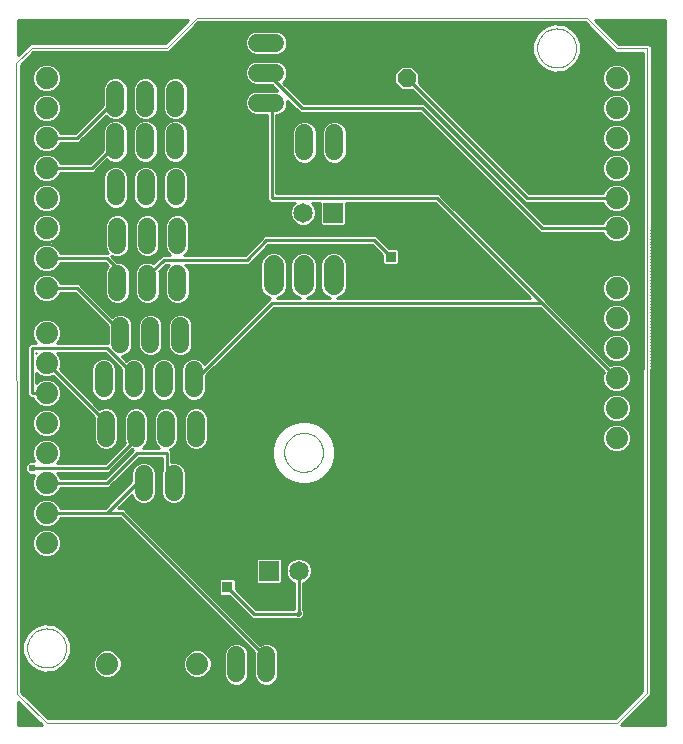
<source format=gbl>
G75*
G70*
%OFA0B0*%
%FSLAX24Y24*%
%IPPOS*%
%LPD*%
%AMOC8*
5,1,8,0,0,1.08239X$1,22.5*
%
%ADD10C,0.0000*%
%ADD11C,0.0740*%
%ADD12C,0.0600*%
%ADD13OC8,0.0600*%
%ADD14R,0.0650X0.0650*%
%ADD15C,0.0650*%
%ADD16C,0.0660*%
%ADD17C,0.0100*%
%ADD18R,0.0356X0.0356*%
%ADD19C,0.0160*%
%ADD20C,0.0240*%
D10*
X000500Y007222D02*
X001500Y006252D01*
X020500Y006252D01*
X021500Y007252D01*
X021520Y028748D01*
X020504Y028748D01*
X019500Y029752D01*
X006500Y029752D01*
X005500Y028752D01*
X001000Y028752D01*
X000490Y028248D01*
X000500Y007222D01*
X000850Y008752D02*
X000852Y008802D01*
X000858Y008852D01*
X000868Y008902D01*
X000881Y008950D01*
X000898Y008998D01*
X000919Y009044D01*
X000943Y009088D01*
X000971Y009130D01*
X001002Y009170D01*
X001036Y009207D01*
X001073Y009242D01*
X001112Y009273D01*
X001153Y009302D01*
X001197Y009327D01*
X001243Y009349D01*
X001290Y009367D01*
X001338Y009381D01*
X001387Y009392D01*
X001437Y009399D01*
X001487Y009402D01*
X001538Y009401D01*
X001588Y009396D01*
X001638Y009387D01*
X001686Y009375D01*
X001734Y009358D01*
X001780Y009338D01*
X001825Y009315D01*
X001868Y009288D01*
X001908Y009258D01*
X001946Y009225D01*
X001981Y009189D01*
X002014Y009150D01*
X002043Y009109D01*
X002069Y009066D01*
X002092Y009021D01*
X002111Y008974D01*
X002126Y008926D01*
X002138Y008877D01*
X002146Y008827D01*
X002150Y008777D01*
X002150Y008727D01*
X002146Y008677D01*
X002138Y008627D01*
X002126Y008578D01*
X002111Y008530D01*
X002092Y008483D01*
X002069Y008438D01*
X002043Y008395D01*
X002014Y008354D01*
X001981Y008315D01*
X001946Y008279D01*
X001908Y008246D01*
X001868Y008216D01*
X001825Y008189D01*
X001780Y008166D01*
X001734Y008146D01*
X001686Y008129D01*
X001638Y008117D01*
X001588Y008108D01*
X001538Y008103D01*
X001487Y008102D01*
X001437Y008105D01*
X001387Y008112D01*
X001338Y008123D01*
X001290Y008137D01*
X001243Y008155D01*
X001197Y008177D01*
X001153Y008202D01*
X001112Y008231D01*
X001073Y008262D01*
X001036Y008297D01*
X001002Y008334D01*
X000971Y008374D01*
X000943Y008416D01*
X000919Y008460D01*
X000898Y008506D01*
X000881Y008554D01*
X000868Y008602D01*
X000858Y008652D01*
X000852Y008702D01*
X000850Y008752D01*
X009420Y015272D02*
X009422Y015322D01*
X009428Y015372D01*
X009438Y015422D01*
X009451Y015470D01*
X009468Y015518D01*
X009489Y015564D01*
X009513Y015608D01*
X009541Y015650D01*
X009572Y015690D01*
X009606Y015727D01*
X009643Y015762D01*
X009682Y015793D01*
X009723Y015822D01*
X009767Y015847D01*
X009813Y015869D01*
X009860Y015887D01*
X009908Y015901D01*
X009957Y015912D01*
X010007Y015919D01*
X010057Y015922D01*
X010108Y015921D01*
X010158Y015916D01*
X010208Y015907D01*
X010256Y015895D01*
X010304Y015878D01*
X010350Y015858D01*
X010395Y015835D01*
X010438Y015808D01*
X010478Y015778D01*
X010516Y015745D01*
X010551Y015709D01*
X010584Y015670D01*
X010613Y015629D01*
X010639Y015586D01*
X010662Y015541D01*
X010681Y015494D01*
X010696Y015446D01*
X010708Y015397D01*
X010716Y015347D01*
X010720Y015297D01*
X010720Y015247D01*
X010716Y015197D01*
X010708Y015147D01*
X010696Y015098D01*
X010681Y015050D01*
X010662Y015003D01*
X010639Y014958D01*
X010613Y014915D01*
X010584Y014874D01*
X010551Y014835D01*
X010516Y014799D01*
X010478Y014766D01*
X010438Y014736D01*
X010395Y014709D01*
X010350Y014686D01*
X010304Y014666D01*
X010256Y014649D01*
X010208Y014637D01*
X010158Y014628D01*
X010108Y014623D01*
X010057Y014622D01*
X010007Y014625D01*
X009957Y014632D01*
X009908Y014643D01*
X009860Y014657D01*
X009813Y014675D01*
X009767Y014697D01*
X009723Y014722D01*
X009682Y014751D01*
X009643Y014782D01*
X009606Y014817D01*
X009572Y014854D01*
X009541Y014894D01*
X009513Y014936D01*
X009489Y014980D01*
X009468Y015026D01*
X009451Y015074D01*
X009438Y015122D01*
X009428Y015172D01*
X009422Y015222D01*
X009420Y015272D01*
X017850Y028752D02*
X017852Y028802D01*
X017858Y028852D01*
X017868Y028902D01*
X017881Y028950D01*
X017898Y028998D01*
X017919Y029044D01*
X017943Y029088D01*
X017971Y029130D01*
X018002Y029170D01*
X018036Y029207D01*
X018073Y029242D01*
X018112Y029273D01*
X018153Y029302D01*
X018197Y029327D01*
X018243Y029349D01*
X018290Y029367D01*
X018338Y029381D01*
X018387Y029392D01*
X018437Y029399D01*
X018487Y029402D01*
X018538Y029401D01*
X018588Y029396D01*
X018638Y029387D01*
X018686Y029375D01*
X018734Y029358D01*
X018780Y029338D01*
X018825Y029315D01*
X018868Y029288D01*
X018908Y029258D01*
X018946Y029225D01*
X018981Y029189D01*
X019014Y029150D01*
X019043Y029109D01*
X019069Y029066D01*
X019092Y029021D01*
X019111Y028974D01*
X019126Y028926D01*
X019138Y028877D01*
X019146Y028827D01*
X019150Y028777D01*
X019150Y028727D01*
X019146Y028677D01*
X019138Y028627D01*
X019126Y028578D01*
X019111Y028530D01*
X019092Y028483D01*
X019069Y028438D01*
X019043Y028395D01*
X019014Y028354D01*
X018981Y028315D01*
X018946Y028279D01*
X018908Y028246D01*
X018868Y028216D01*
X018825Y028189D01*
X018780Y028166D01*
X018734Y028146D01*
X018686Y028129D01*
X018638Y028117D01*
X018588Y028108D01*
X018538Y028103D01*
X018487Y028102D01*
X018437Y028105D01*
X018387Y028112D01*
X018338Y028123D01*
X018290Y028137D01*
X018243Y028155D01*
X018197Y028177D01*
X018153Y028202D01*
X018112Y028231D01*
X018073Y028262D01*
X018036Y028297D01*
X018002Y028334D01*
X017971Y028374D01*
X017943Y028416D01*
X017919Y028460D01*
X017898Y028506D01*
X017881Y028554D01*
X017868Y028602D01*
X017858Y028652D01*
X017852Y028702D01*
X017850Y028752D01*
D11*
X020500Y027752D03*
X020500Y026752D03*
X020500Y025752D03*
X020500Y024752D03*
X020500Y023752D03*
X020500Y022752D03*
X020500Y020752D03*
X020500Y019752D03*
X020500Y018752D03*
X020500Y017752D03*
X020500Y016752D03*
X020500Y015752D03*
X006520Y008222D03*
X003520Y008222D03*
X001500Y012252D03*
X001500Y013252D03*
X001500Y014252D03*
X001500Y015252D03*
X001500Y016252D03*
X001500Y017252D03*
X001500Y018252D03*
X001500Y019252D03*
X001500Y020752D03*
X001500Y021752D03*
X001500Y022752D03*
X001500Y023752D03*
X001500Y024752D03*
X001500Y025752D03*
X001500Y026752D03*
X001500Y027752D03*
D12*
X003790Y027362D02*
X003790Y026762D01*
X003790Y025942D02*
X003790Y025342D01*
X003800Y024402D02*
X003800Y023802D01*
X003850Y022792D02*
X003850Y022192D01*
X003860Y021222D02*
X003860Y020622D01*
X003950Y019482D02*
X003950Y018882D01*
X004400Y018002D02*
X004400Y017402D01*
X003400Y017402D02*
X003400Y018002D01*
X003480Y016362D02*
X003480Y015762D01*
X004480Y015762D02*
X004480Y016362D01*
X005480Y016362D02*
X005480Y015762D01*
X005740Y014552D02*
X005740Y013952D01*
X004740Y013952D02*
X004740Y014552D01*
X006480Y015762D02*
X006480Y016362D01*
X006400Y017402D02*
X006400Y018002D01*
X005950Y018882D02*
X005950Y019482D01*
X005860Y020622D02*
X005860Y021222D01*
X005850Y022192D02*
X005850Y022792D01*
X005800Y023802D02*
X005800Y024402D01*
X005790Y025342D02*
X005790Y025942D01*
X005790Y026762D02*
X005790Y027362D01*
X004790Y027362D02*
X004790Y026762D01*
X004790Y025942D02*
X004790Y025342D01*
X004800Y024402D02*
X004800Y023802D01*
X004850Y022792D02*
X004850Y022192D01*
X004860Y021222D02*
X004860Y020622D01*
X004950Y019482D02*
X004950Y018882D01*
X005400Y018002D02*
X005400Y017402D01*
X010090Y025302D02*
X010090Y025902D01*
X011090Y025902D02*
X011090Y025302D01*
X009120Y026922D02*
X008520Y026922D01*
X008520Y027922D02*
X009120Y027922D01*
X009120Y028922D02*
X008520Y028922D01*
X008820Y008502D02*
X008820Y007902D01*
X007820Y007902D02*
X007820Y008502D01*
D13*
X013500Y027752D03*
D14*
X011050Y023262D03*
X008900Y011332D03*
D15*
X009900Y011332D03*
X010050Y023262D03*
D16*
X010070Y021502D02*
X010070Y020842D01*
X011070Y020842D02*
X011070Y021502D01*
X009070Y021502D02*
X009070Y020842D01*
D17*
X001346Y006192D02*
X000550Y006192D01*
X000550Y006965D01*
X001346Y006192D01*
X001291Y006246D02*
X000550Y006246D01*
X000550Y006344D02*
X001190Y006344D01*
X001088Y006443D02*
X000550Y006443D01*
X000550Y006541D02*
X000987Y006541D01*
X000885Y006640D02*
X000550Y006640D01*
X000550Y006738D02*
X000784Y006738D01*
X000682Y006837D02*
X000550Y006837D01*
X000550Y006935D02*
X000580Y006935D01*
X000808Y007132D02*
X021168Y007132D01*
X021069Y007034D02*
X000910Y007034D01*
X001011Y006935D02*
X020971Y006935D01*
X020872Y006837D02*
X001113Y006837D01*
X001214Y006738D02*
X020774Y006738D01*
X020675Y006640D02*
X001316Y006640D01*
X001417Y006541D02*
X020577Y006541D01*
X020478Y006443D02*
X001519Y006443D01*
X001561Y006402D02*
X000650Y007286D01*
X000640Y028186D01*
X001062Y028602D01*
X005562Y028602D01*
X005650Y028690D01*
X006562Y029602D01*
X019438Y029602D01*
X020442Y028598D01*
X021370Y028598D01*
X021350Y007315D01*
X020438Y006402D01*
X001561Y006402D01*
X000707Y007231D02*
X021266Y007231D01*
X021350Y007329D02*
X000650Y007329D01*
X000650Y007428D02*
X021350Y007428D01*
X021350Y007526D02*
X008984Y007526D01*
X009052Y007555D02*
X009168Y007670D01*
X009230Y007821D01*
X009230Y008584D01*
X009168Y008735D01*
X009052Y008850D01*
X008902Y008912D01*
X008738Y008912D01*
X008617Y008862D01*
X004160Y013319D01*
X004066Y013412D01*
X003886Y013412D01*
X004334Y013860D01*
X004392Y013720D01*
X004508Y013605D01*
X004658Y013542D01*
X004822Y013542D01*
X004972Y013605D01*
X005088Y013720D01*
X005150Y013871D01*
X005150Y014634D01*
X005088Y014785D01*
X004972Y014900D01*
X004822Y014962D01*
X004658Y014962D01*
X004508Y014900D01*
X004392Y014785D01*
X004330Y014634D01*
X004330Y014309D01*
X003434Y013412D01*
X001953Y013412D01*
X001907Y013524D01*
X001772Y013659D01*
X001595Y013732D01*
X001405Y013732D01*
X001228Y013659D01*
X001093Y013524D01*
X001020Y013348D01*
X001020Y013157D01*
X001093Y012980D01*
X001228Y012845D01*
X000647Y012845D01*
X000647Y012747D02*
X004279Y012747D01*
X004181Y012845D02*
X001772Y012845D01*
X001907Y012980D01*
X001953Y013092D01*
X003934Y013092D01*
X008419Y008607D01*
X008410Y008584D01*
X008410Y007821D01*
X008472Y007670D01*
X008588Y007555D01*
X008738Y007492D01*
X008902Y007492D01*
X009052Y007555D01*
X009122Y007625D02*
X021350Y007625D01*
X021350Y007723D02*
X009190Y007723D01*
X009230Y007822D02*
X021351Y007822D01*
X021351Y007920D02*
X009230Y007920D01*
X009230Y008019D02*
X021351Y008019D01*
X021351Y008117D02*
X009230Y008117D01*
X009230Y008216D02*
X021351Y008216D01*
X021351Y008314D02*
X009230Y008314D01*
X009230Y008413D02*
X021351Y008413D01*
X021351Y008511D02*
X009230Y008511D01*
X009219Y008610D02*
X021351Y008610D01*
X021351Y008708D02*
X009178Y008708D01*
X009095Y008807D02*
X021351Y008807D01*
X021352Y008905D02*
X008918Y008905D01*
X008722Y008905D02*
X008573Y008905D01*
X008475Y009004D02*
X021352Y009004D01*
X021352Y009102D02*
X008376Y009102D01*
X008278Y009201D02*
X021352Y009201D01*
X021352Y009299D02*
X008179Y009299D01*
X008081Y009398D02*
X021352Y009398D01*
X021352Y009496D02*
X007982Y009496D01*
X007884Y009595D02*
X021352Y009595D01*
X021352Y009693D02*
X007785Y009693D01*
X007687Y009792D02*
X008284Y009792D01*
X008250Y009826D02*
X008344Y009732D01*
X009781Y009732D01*
X009811Y009702D01*
X009969Y009702D01*
X010090Y009824D01*
X010090Y009981D01*
X010060Y010011D01*
X010060Y010928D01*
X010146Y010964D01*
X010269Y011086D01*
X010335Y011246D01*
X010335Y011419D01*
X010269Y011579D01*
X010146Y011701D01*
X009987Y011767D01*
X009813Y011767D01*
X009654Y011701D01*
X009531Y011579D01*
X009465Y011419D01*
X009465Y011246D01*
X009531Y011086D01*
X009654Y010964D01*
X009740Y010928D01*
X009740Y010052D01*
X008476Y010052D01*
X007808Y010721D01*
X007808Y011006D01*
X007744Y011070D01*
X007296Y011070D01*
X007232Y011006D01*
X007232Y010559D01*
X007296Y010494D01*
X007582Y010494D01*
X008250Y009826D01*
X008186Y009890D02*
X007588Y009890D01*
X007490Y009989D02*
X008087Y009989D01*
X007989Y010087D02*
X007391Y010087D01*
X007293Y010186D02*
X007890Y010186D01*
X007792Y010284D02*
X007194Y010284D01*
X007096Y010383D02*
X007693Y010383D01*
X007595Y010481D02*
X006997Y010481D01*
X006899Y010580D02*
X007232Y010580D01*
X007232Y010678D02*
X006800Y010678D01*
X006702Y010777D02*
X007232Y010777D01*
X007232Y010875D02*
X006603Y010875D01*
X006505Y010974D02*
X007232Y010974D01*
X007520Y010782D02*
X008410Y009892D01*
X009890Y009892D01*
X009900Y009902D02*
X009900Y011332D01*
X010157Y010974D02*
X021353Y010974D01*
X021354Y011072D02*
X010255Y011072D01*
X010304Y011171D02*
X021354Y011171D01*
X021354Y011269D02*
X010335Y011269D01*
X010335Y011368D02*
X021354Y011368D01*
X021354Y011466D02*
X010315Y011466D01*
X010275Y011565D02*
X021354Y011565D01*
X021354Y011663D02*
X010184Y011663D01*
X010000Y011762D02*
X021354Y011762D01*
X021354Y011860D02*
X005618Y011860D01*
X005717Y011762D02*
X008524Y011762D01*
X008529Y011767D02*
X008465Y011703D01*
X008465Y010962D01*
X008529Y010897D01*
X009271Y010897D01*
X009335Y010962D01*
X009335Y011703D01*
X009271Y011767D01*
X008529Y011767D01*
X008465Y011663D02*
X005815Y011663D01*
X005914Y011565D02*
X008465Y011565D01*
X008465Y011466D02*
X006012Y011466D01*
X006111Y011368D02*
X008465Y011368D01*
X008465Y011269D02*
X006209Y011269D01*
X006308Y011171D02*
X008465Y011171D01*
X008465Y011072D02*
X006406Y011072D01*
X006151Y010875D02*
X000648Y010875D01*
X000648Y010777D02*
X006249Y010777D01*
X006348Y010678D02*
X000648Y010678D01*
X000648Y010580D02*
X006446Y010580D01*
X006545Y010481D02*
X000648Y010481D01*
X000648Y010383D02*
X006643Y010383D01*
X006742Y010284D02*
X000649Y010284D01*
X000649Y010186D02*
X006840Y010186D01*
X006939Y010087D02*
X000649Y010087D01*
X000649Y009989D02*
X007037Y009989D01*
X007136Y009890D02*
X000649Y009890D01*
X000649Y009792D02*
X007234Y009792D01*
X007333Y009693D02*
X000649Y009693D01*
X000649Y009595D02*
X007431Y009595D01*
X007530Y009496D02*
X001825Y009496D01*
X001755Y009537D02*
X001904Y009451D01*
X001953Y009431D01*
X001972Y009412D01*
X002052Y009365D01*
X002052Y009365D01*
X002142Y009242D01*
X002178Y009206D01*
X002191Y009174D01*
X002254Y009088D01*
X002254Y009088D01*
X002282Y008955D01*
X002300Y008911D01*
X002300Y008870D01*
X002325Y008752D01*
X002300Y008635D01*
X002300Y008593D01*
X002282Y008549D01*
X002254Y008417D01*
X002191Y008331D01*
X002178Y008299D01*
X002142Y008263D01*
X002052Y008139D01*
X002052Y008139D01*
X002052Y008139D01*
X001972Y008093D01*
X001953Y008074D01*
X001904Y008054D01*
X001755Y007968D01*
X001755Y007968D01*
X001676Y007959D01*
X001659Y007952D01*
X001609Y007952D01*
X001414Y007932D01*
X001414Y007932D01*
X001351Y007952D01*
X001341Y007952D01*
X001305Y007967D01*
X001088Y008038D01*
X001088Y008038D01*
X001048Y008074D01*
X001047Y008074D01*
X001043Y008078D01*
X000833Y008267D01*
X000833Y008267D01*
X000693Y008581D01*
X000693Y008924D01*
X000833Y009237D01*
X000833Y009237D01*
X001043Y009427D01*
X001047Y009431D01*
X001048Y009431D01*
X001088Y009467D01*
X001088Y009467D01*
X001305Y009537D01*
X001341Y009552D01*
X001351Y009552D01*
X001414Y009573D01*
X001414Y009573D01*
X001609Y009552D01*
X001659Y009552D01*
X001676Y009545D01*
X001755Y009537D01*
X001755Y009537D01*
X001996Y009398D02*
X007628Y009398D01*
X007727Y009299D02*
X002100Y009299D01*
X002052Y009365D02*
X002052Y009365D01*
X002180Y009201D02*
X007825Y009201D01*
X007924Y009102D02*
X002243Y009102D01*
X002272Y009004D02*
X008022Y009004D01*
X008121Y008905D02*
X007918Y008905D01*
X007902Y008912D02*
X007738Y008912D01*
X007588Y008850D01*
X007472Y008735D01*
X007410Y008584D01*
X007410Y007821D01*
X007472Y007670D01*
X007588Y007555D01*
X007738Y007492D01*
X007902Y007492D01*
X008052Y007555D01*
X008168Y007670D01*
X008230Y007821D01*
X008230Y008584D01*
X008168Y008735D01*
X008052Y008850D01*
X007902Y008912D01*
X007722Y008905D02*
X002300Y008905D01*
X002313Y008807D02*
X007545Y008807D01*
X007462Y008708D02*
X002316Y008708D01*
X002300Y008610D02*
X003229Y008610D01*
X003248Y008629D02*
X003113Y008494D01*
X003040Y008318D01*
X003040Y008127D01*
X003113Y007950D01*
X003248Y007815D01*
X003425Y007742D01*
X003615Y007742D01*
X003792Y007815D01*
X003927Y007950D01*
X004000Y008127D01*
X004000Y008318D01*
X003927Y008494D01*
X003792Y008629D01*
X003615Y008702D01*
X003425Y008702D01*
X003248Y008629D01*
X003130Y008511D02*
X002274Y008511D01*
X002254Y008417D02*
X002254Y008417D01*
X002251Y008413D02*
X003079Y008413D01*
X003040Y008314D02*
X002184Y008314D01*
X002108Y008216D02*
X003040Y008216D01*
X003044Y008117D02*
X002014Y008117D01*
X001844Y008019D02*
X003085Y008019D01*
X003143Y007920D02*
X000650Y007920D01*
X000650Y007822D02*
X003242Y007822D01*
X003798Y007822D02*
X006242Y007822D01*
X006248Y007815D02*
X006425Y007742D01*
X006615Y007742D01*
X006792Y007815D01*
X006927Y007950D01*
X007000Y008127D01*
X007000Y008318D01*
X006927Y008494D01*
X006792Y008629D01*
X006615Y008702D01*
X006425Y008702D01*
X006248Y008629D01*
X006113Y008494D01*
X006040Y008318D01*
X006040Y008127D01*
X006113Y007950D01*
X006248Y007815D01*
X006143Y007920D02*
X003897Y007920D01*
X003955Y008019D02*
X006085Y008019D01*
X006044Y008117D02*
X003996Y008117D01*
X004000Y008216D02*
X006040Y008216D01*
X006040Y008314D02*
X004000Y008314D01*
X003961Y008413D02*
X006079Y008413D01*
X006130Y008511D02*
X003910Y008511D01*
X003811Y008610D02*
X006229Y008610D01*
X006811Y008610D02*
X007421Y008610D01*
X007410Y008511D02*
X006910Y008511D01*
X006961Y008413D02*
X007410Y008413D01*
X007410Y008314D02*
X007000Y008314D01*
X007000Y008216D02*
X007410Y008216D01*
X007410Y008117D02*
X006996Y008117D01*
X006955Y008019D02*
X007410Y008019D01*
X007410Y007920D02*
X006897Y007920D01*
X006798Y007822D02*
X007410Y007822D01*
X007450Y007723D02*
X000650Y007723D01*
X000650Y007625D02*
X007518Y007625D01*
X007656Y007526D02*
X000650Y007526D01*
X000650Y008019D02*
X001146Y008019D01*
X000999Y008117D02*
X000650Y008117D01*
X000650Y008216D02*
X000890Y008216D01*
X000812Y008314D02*
X000649Y008314D01*
X000649Y008413D02*
X000768Y008413D01*
X000724Y008511D02*
X000649Y008511D01*
X000649Y008610D02*
X000693Y008610D01*
X000693Y008708D02*
X000649Y008708D01*
X000649Y008807D02*
X000693Y008807D01*
X000693Y008905D02*
X000649Y008905D01*
X000649Y009004D02*
X000729Y009004D01*
X000773Y009102D02*
X000649Y009102D01*
X000649Y009201D02*
X000816Y009201D01*
X000902Y009299D02*
X000649Y009299D01*
X000649Y009398D02*
X001011Y009398D01*
X001178Y009496D02*
X000649Y009496D01*
X000648Y010974D02*
X006052Y010974D01*
X005954Y011072D02*
X000648Y011072D01*
X000648Y011171D02*
X005855Y011171D01*
X005757Y011269D02*
X000648Y011269D01*
X000648Y011368D02*
X005658Y011368D01*
X005560Y011466D02*
X000648Y011466D01*
X000648Y011565D02*
X005461Y011565D01*
X005363Y011663D02*
X000648Y011663D01*
X000648Y011762D02*
X005264Y011762D01*
X005166Y011860D02*
X001787Y011860D01*
X001772Y011845D02*
X001907Y011980D01*
X001980Y012157D01*
X001980Y012348D01*
X001907Y012524D01*
X001772Y012659D01*
X001595Y012732D01*
X001405Y012732D01*
X001228Y012659D01*
X001093Y012524D01*
X001020Y012348D01*
X001020Y012157D01*
X001093Y011980D01*
X001228Y011845D01*
X001405Y011772D01*
X001595Y011772D01*
X001772Y011845D01*
X001885Y011959D02*
X005067Y011959D01*
X004969Y012057D02*
X001939Y012057D01*
X001980Y012156D02*
X004870Y012156D01*
X004772Y012254D02*
X001980Y012254D01*
X001978Y012353D02*
X004673Y012353D01*
X004575Y012451D02*
X001937Y012451D01*
X001881Y012550D02*
X004476Y012550D01*
X004378Y012648D02*
X001783Y012648D01*
X001772Y012845D02*
X001595Y012772D01*
X001405Y012772D01*
X001228Y012845D01*
X001130Y012944D02*
X000647Y012944D01*
X000647Y013042D02*
X001067Y013042D01*
X001027Y013141D02*
X000647Y013141D01*
X000647Y013239D02*
X001020Y013239D01*
X001020Y013338D02*
X000647Y013338D01*
X000647Y013436D02*
X001057Y013436D01*
X001104Y013535D02*
X000647Y013535D01*
X000647Y013633D02*
X001202Y013633D01*
X001264Y013830D02*
X000647Y013830D01*
X000647Y013732D02*
X001403Y013732D01*
X001405Y013772D02*
X001228Y013845D01*
X001093Y013980D01*
X001020Y014157D01*
X001020Y014348D01*
X001092Y014522D01*
X000905Y014522D01*
X000770Y014657D01*
X000770Y014848D01*
X000905Y014982D01*
X001092Y014982D01*
X001020Y015157D01*
X001020Y015348D01*
X001093Y015524D01*
X001228Y015659D01*
X001405Y015732D01*
X001595Y015732D01*
X001772Y015659D01*
X001907Y015524D01*
X001980Y015348D01*
X001980Y015157D01*
X001907Y014980D01*
X001839Y014912D01*
X003434Y014912D01*
X004109Y015587D01*
X004070Y015681D01*
X004070Y016444D01*
X004132Y016595D01*
X004248Y016710D01*
X004398Y016772D01*
X004562Y016772D01*
X004712Y016710D01*
X004828Y016595D01*
X004890Y016444D01*
X004890Y015681D01*
X004828Y015530D01*
X004712Y015415D01*
X004706Y015412D01*
X005254Y015412D01*
X005248Y015415D01*
X005132Y015530D01*
X005070Y015681D01*
X005070Y016444D01*
X005132Y016595D01*
X005248Y016710D01*
X005398Y016772D01*
X005562Y016772D01*
X005712Y016710D01*
X005828Y016595D01*
X005890Y016444D01*
X005890Y015681D01*
X005828Y015530D01*
X005712Y015415D01*
X005607Y015371D01*
X005660Y015319D01*
X005660Y014962D01*
X005822Y014962D01*
X005972Y014900D01*
X006088Y014785D01*
X006150Y014634D01*
X006150Y013871D01*
X006088Y013720D01*
X005972Y013605D01*
X005822Y013542D01*
X005658Y013542D01*
X005508Y013605D01*
X005392Y013720D01*
X005330Y013871D01*
X005330Y014634D01*
X005340Y014658D01*
X005340Y015092D01*
X004566Y015092D01*
X003660Y014186D01*
X003566Y014092D01*
X001953Y014092D01*
X001907Y013980D01*
X001772Y013845D01*
X001595Y013772D01*
X001405Y013772D01*
X001597Y013732D02*
X003753Y013732D01*
X003655Y013633D02*
X001798Y013633D01*
X001896Y013535D02*
X003556Y013535D01*
X003458Y013436D02*
X001943Y013436D01*
X001933Y013042D02*
X003984Y013042D01*
X004082Y012944D02*
X001870Y012944D01*
X001500Y013252D02*
X003500Y013252D01*
X004000Y013252D01*
X009000Y008252D01*
X008820Y008202D01*
X008410Y008216D02*
X008230Y008216D01*
X008230Y008314D02*
X008410Y008314D01*
X008410Y008413D02*
X008230Y008413D01*
X008230Y008511D02*
X008410Y008511D01*
X008416Y008610D02*
X008219Y008610D01*
X008178Y008708D02*
X008318Y008708D01*
X008219Y008807D02*
X008095Y008807D01*
X008230Y008117D02*
X008410Y008117D01*
X008410Y008019D02*
X008230Y008019D01*
X008230Y007920D02*
X008410Y007920D01*
X008410Y007822D02*
X008230Y007822D01*
X008190Y007723D02*
X008450Y007723D01*
X008518Y007625D02*
X008122Y007625D01*
X007984Y007526D02*
X008656Y007526D01*
X010058Y009792D02*
X021352Y009792D01*
X021352Y009890D02*
X010090Y009890D01*
X010082Y009989D02*
X021353Y009989D01*
X021353Y010087D02*
X010060Y010087D01*
X010060Y010186D02*
X021353Y010186D01*
X021353Y010284D02*
X010060Y010284D01*
X010060Y010383D02*
X021353Y010383D01*
X021353Y010481D02*
X010060Y010481D01*
X010060Y010580D02*
X021353Y010580D01*
X021353Y010678D02*
X010060Y010678D01*
X010060Y010777D02*
X021353Y010777D01*
X021353Y010875D02*
X010060Y010875D01*
X009740Y010875D02*
X007808Y010875D01*
X007808Y010777D02*
X009740Y010777D01*
X009740Y010678D02*
X007850Y010678D01*
X007949Y010580D02*
X009740Y010580D01*
X009740Y010481D02*
X008047Y010481D01*
X008146Y010383D02*
X009740Y010383D01*
X009740Y010284D02*
X008244Y010284D01*
X008343Y010186D02*
X009740Y010186D01*
X009740Y010087D02*
X008441Y010087D01*
X008465Y010974D02*
X007808Y010974D01*
X009335Y010974D02*
X009643Y010974D01*
X009545Y011072D02*
X009335Y011072D01*
X009335Y011171D02*
X009496Y011171D01*
X009465Y011269D02*
X009335Y011269D01*
X009335Y011368D02*
X009465Y011368D01*
X009485Y011466D02*
X009335Y011466D01*
X009335Y011565D02*
X009525Y011565D01*
X009616Y011663D02*
X009335Y011663D01*
X009276Y011762D02*
X009800Y011762D01*
X009932Y014222D02*
X009665Y014294D01*
X009425Y014432D01*
X009230Y014628D01*
X009092Y014867D01*
X009020Y015134D01*
X009020Y015411D01*
X009092Y015678D01*
X009230Y015917D01*
X009425Y016113D01*
X009665Y016251D01*
X009932Y016322D01*
X010208Y016322D01*
X010475Y016251D01*
X010715Y016113D01*
X010910Y015917D01*
X011048Y015678D01*
X011120Y015411D01*
X011120Y015134D01*
X011048Y014867D01*
X010910Y014628D01*
X010715Y014432D01*
X010475Y014294D01*
X010208Y014222D01*
X009932Y014222D01*
X009924Y014224D02*
X006150Y014224D01*
X006150Y014126D02*
X021356Y014126D01*
X021357Y014224D02*
X010216Y014224D01*
X010525Y014323D02*
X021357Y014323D01*
X021357Y014421D02*
X010696Y014421D01*
X010802Y014520D02*
X021357Y014520D01*
X021357Y014618D02*
X010901Y014618D01*
X010962Y014717D02*
X021357Y014717D01*
X021357Y014815D02*
X011019Y014815D01*
X011061Y014914D02*
X021357Y014914D01*
X021357Y015012D02*
X011087Y015012D01*
X011114Y015111D02*
X021357Y015111D01*
X021357Y015209D02*
X011120Y015209D01*
X011120Y015308D02*
X020319Y015308D01*
X020405Y015272D02*
X020595Y015272D01*
X020772Y015345D01*
X020907Y015480D01*
X020980Y015657D01*
X020980Y015848D01*
X020907Y016024D01*
X020772Y016159D01*
X020595Y016232D01*
X020405Y016232D01*
X020228Y016159D01*
X020093Y016024D01*
X020020Y015848D01*
X020020Y015657D01*
X020093Y015480D01*
X020228Y015345D01*
X020405Y015272D01*
X020167Y015406D02*
X011120Y015406D01*
X011095Y015505D02*
X020083Y015505D01*
X020042Y015603D02*
X011068Y015603D01*
X011034Y015702D02*
X020020Y015702D01*
X020020Y015800D02*
X010978Y015800D01*
X010921Y015899D02*
X020041Y015899D01*
X020082Y015997D02*
X010830Y015997D01*
X010731Y016096D02*
X020165Y016096D01*
X020313Y016194D02*
X010573Y016194D01*
X010318Y016293D02*
X020355Y016293D01*
X020405Y016272D02*
X020595Y016272D01*
X020772Y016345D01*
X020907Y016480D01*
X020980Y016657D01*
X020980Y016848D01*
X020907Y017024D01*
X020772Y017159D01*
X020595Y017232D01*
X020405Y017232D01*
X020228Y017159D01*
X020093Y017024D01*
X020020Y016848D01*
X020020Y016657D01*
X020093Y016480D01*
X020228Y016345D01*
X020405Y016272D01*
X020645Y016293D02*
X021358Y016293D01*
X021359Y016391D02*
X020818Y016391D01*
X020911Y016490D02*
X021359Y016490D01*
X021359Y016588D02*
X020952Y016588D01*
X020980Y016687D02*
X021359Y016687D01*
X021359Y016785D02*
X020980Y016785D01*
X020965Y016884D02*
X021359Y016884D01*
X021359Y016982D02*
X020924Y016982D01*
X020850Y017081D02*
X021359Y017081D01*
X021359Y017179D02*
X020723Y017179D01*
X020609Y017278D02*
X021359Y017278D01*
X021359Y017376D02*
X020803Y017376D01*
X020772Y017345D02*
X020907Y017480D01*
X020980Y017657D01*
X020980Y017848D01*
X020907Y018024D01*
X020772Y018159D01*
X020595Y018232D01*
X020405Y018232D01*
X020293Y018186D01*
X018160Y020319D01*
X018066Y020412D01*
X014660Y023819D01*
X014566Y023912D01*
X009160Y023912D01*
X009160Y026512D01*
X009202Y026512D01*
X009352Y026575D01*
X009468Y026690D01*
X009530Y026841D01*
X009530Y026996D01*
X009840Y026686D01*
X009934Y026592D01*
X013934Y026592D01*
X017840Y022686D01*
X017934Y022592D01*
X020047Y022592D01*
X020093Y022480D01*
X020228Y022345D01*
X020405Y022272D01*
X020595Y022272D01*
X020772Y022345D01*
X020907Y022480D01*
X020980Y022657D01*
X020980Y022848D01*
X020907Y023024D01*
X020772Y023159D01*
X020595Y023232D01*
X020405Y023232D01*
X020228Y023159D01*
X020093Y023024D01*
X020047Y022912D01*
X018066Y022912D01*
X014066Y026912D01*
X010066Y026912D01*
X009378Y027601D01*
X009468Y027690D01*
X009530Y027841D01*
X009530Y028004D01*
X009468Y028155D01*
X009352Y028270D01*
X009202Y028332D01*
X008438Y028332D01*
X008288Y028270D01*
X008172Y028155D01*
X008110Y028004D01*
X008110Y027841D01*
X008172Y027690D01*
X008288Y027575D01*
X008438Y027512D01*
X009014Y027512D01*
X009194Y027332D01*
X008438Y027332D01*
X008288Y027270D01*
X008172Y027155D01*
X008110Y027004D01*
X008110Y026841D01*
X008172Y026690D01*
X008288Y026575D01*
X008438Y026512D01*
X008840Y026512D01*
X008840Y023686D01*
X008934Y023592D01*
X009765Y023592D01*
X009681Y023509D01*
X009615Y023349D01*
X009615Y023176D01*
X009681Y023016D01*
X009804Y022894D01*
X009963Y022827D01*
X010137Y022827D01*
X010296Y022894D01*
X010419Y023016D01*
X010485Y023176D01*
X010485Y023349D01*
X010419Y023509D01*
X010335Y023592D01*
X010615Y023592D01*
X010615Y022892D01*
X010679Y022827D01*
X011421Y022827D01*
X011485Y022892D01*
X011485Y023592D01*
X014434Y023592D01*
X017614Y020412D01*
X011182Y020412D01*
X011319Y020469D01*
X011443Y020593D01*
X011510Y020755D01*
X011510Y021590D01*
X011443Y021752D01*
X011319Y021875D01*
X011158Y021942D01*
X010982Y021942D01*
X010821Y021875D01*
X010697Y021752D01*
X010630Y021590D01*
X010630Y020755D01*
X010697Y020593D01*
X010821Y020469D01*
X010958Y020412D01*
X010182Y020412D01*
X010319Y020469D01*
X010443Y020593D01*
X010510Y020755D01*
X010510Y021590D01*
X010443Y021752D01*
X010319Y021875D01*
X010158Y021942D01*
X009982Y021942D01*
X009821Y021875D01*
X009697Y021752D01*
X009630Y021590D01*
X009630Y020755D01*
X009697Y020593D01*
X009821Y020469D01*
X009958Y020412D01*
X009182Y020412D01*
X009319Y020469D01*
X009443Y020593D01*
X009510Y020755D01*
X009510Y021590D01*
X009443Y021752D01*
X009319Y021875D01*
X009158Y021942D01*
X008982Y021942D01*
X008821Y021875D01*
X008697Y021752D01*
X008630Y021590D01*
X008630Y020755D01*
X008697Y020593D01*
X008821Y020469D01*
X008958Y020412D01*
X008934Y020412D01*
X008840Y020319D01*
X006750Y018229D01*
X006748Y018235D01*
X006632Y018350D01*
X006482Y018412D01*
X006318Y018412D01*
X006168Y018350D01*
X006052Y018235D01*
X005990Y018084D01*
X005990Y017321D01*
X006052Y017170D01*
X006168Y017055D01*
X006318Y016992D01*
X006482Y016992D01*
X006632Y017055D01*
X006748Y017170D01*
X006810Y017321D01*
X006810Y017836D01*
X009066Y020092D01*
X017934Y020092D01*
X020066Y017960D01*
X020020Y017848D01*
X020020Y017657D01*
X020093Y017480D01*
X020228Y017345D01*
X020405Y017272D01*
X020595Y017272D01*
X020772Y017345D01*
X020901Y017475D02*
X021360Y017475D01*
X021360Y017573D02*
X020945Y017573D01*
X020980Y017672D02*
X021360Y017672D01*
X021360Y017770D02*
X020980Y017770D01*
X020971Y017869D02*
X021360Y017869D01*
X021360Y017967D02*
X020930Y017967D01*
X020865Y018066D02*
X021360Y018066D01*
X021360Y018164D02*
X020760Y018164D01*
X020772Y018345D02*
X020595Y018272D01*
X020405Y018272D01*
X020228Y018345D01*
X020093Y018480D01*
X020020Y018657D01*
X019822Y018657D01*
X019920Y018558D02*
X020061Y018558D01*
X020019Y018460D02*
X020114Y018460D01*
X020117Y018361D02*
X020212Y018361D01*
X020216Y018263D02*
X021360Y018263D01*
X021360Y018361D02*
X020788Y018361D01*
X020772Y018345D02*
X020907Y018480D01*
X020980Y018657D01*
X021361Y018657D01*
X021361Y018755D02*
X020980Y018755D01*
X020980Y018848D02*
X020980Y018657D01*
X020939Y018558D02*
X021361Y018558D01*
X021360Y018460D02*
X020886Y018460D01*
X020980Y018848D02*
X020907Y019024D01*
X020772Y019159D01*
X020595Y019232D01*
X020405Y019232D01*
X020228Y019159D01*
X020093Y019024D01*
X020020Y018848D01*
X020020Y018657D01*
X020020Y018755D02*
X019723Y018755D01*
X019625Y018854D02*
X020023Y018854D01*
X020063Y018952D02*
X019526Y018952D01*
X019428Y019051D02*
X020120Y019051D01*
X020218Y019149D02*
X019329Y019149D01*
X019231Y019248D02*
X021361Y019248D01*
X021361Y019346D02*
X020773Y019346D01*
X020772Y019345D02*
X020907Y019480D01*
X020980Y019657D01*
X020980Y019848D01*
X020907Y020024D01*
X020772Y020159D01*
X020595Y020232D01*
X020405Y020232D01*
X020228Y020159D01*
X020093Y020024D01*
X020020Y019848D01*
X020020Y019657D01*
X020093Y019480D01*
X020228Y019345D01*
X020405Y019272D01*
X020595Y019272D01*
X020772Y019345D01*
X020871Y019445D02*
X021361Y019445D01*
X021361Y019543D02*
X020933Y019543D01*
X020974Y019642D02*
X021362Y019642D01*
X021362Y019740D02*
X020980Y019740D01*
X020980Y019839D02*
X021362Y019839D01*
X021362Y019937D02*
X020943Y019937D01*
X020895Y020036D02*
X021362Y020036D01*
X021362Y020134D02*
X020797Y020134D01*
X020738Y020331D02*
X021362Y020331D01*
X021362Y020233D02*
X018246Y020233D01*
X018160Y020319D02*
X018160Y020319D01*
X018147Y020331D02*
X020262Y020331D01*
X020228Y020345D02*
X020405Y020272D01*
X020595Y020272D01*
X020772Y020345D01*
X020907Y020480D01*
X020980Y020657D01*
X020980Y020848D01*
X020907Y021024D01*
X020772Y021159D01*
X020595Y021232D01*
X020405Y021232D01*
X020228Y021159D01*
X020093Y021024D01*
X020020Y020848D01*
X020020Y020657D01*
X020093Y020480D01*
X020228Y020345D01*
X020144Y020430D02*
X018049Y020430D01*
X018066Y020412D02*
X018066Y020412D01*
X017950Y020528D02*
X020073Y020528D01*
X020032Y020627D02*
X017852Y020627D01*
X017753Y020725D02*
X020020Y020725D01*
X020020Y020824D02*
X017655Y020824D01*
X017556Y020922D02*
X020051Y020922D01*
X020092Y021021D02*
X017458Y021021D01*
X017359Y021119D02*
X020188Y021119D01*
X020370Y021218D02*
X017261Y021218D01*
X017162Y021316D02*
X021363Y021316D01*
X021363Y021218D02*
X020630Y021218D01*
X020812Y021119D02*
X021363Y021119D01*
X021363Y021021D02*
X020908Y021021D01*
X020949Y020922D02*
X021363Y020922D01*
X021363Y020824D02*
X020980Y020824D01*
X020980Y020725D02*
X021363Y020725D01*
X021362Y020627D02*
X020968Y020627D01*
X020927Y020528D02*
X021362Y020528D01*
X021362Y020430D02*
X020856Y020430D01*
X020203Y020134D02*
X018344Y020134D01*
X018443Y020036D02*
X020105Y020036D01*
X020057Y019937D02*
X018541Y019937D01*
X018640Y019839D02*
X020020Y019839D01*
X020020Y019740D02*
X018738Y019740D01*
X018837Y019642D02*
X020026Y019642D01*
X020067Y019543D02*
X018935Y019543D01*
X019034Y019445D02*
X020129Y019445D01*
X020227Y019346D02*
X019132Y019346D01*
X018877Y019149D02*
X008123Y019149D01*
X008025Y019051D02*
X018975Y019051D01*
X019074Y018952D02*
X007926Y018952D01*
X007828Y018854D02*
X019172Y018854D01*
X019271Y018755D02*
X007729Y018755D01*
X007631Y018657D02*
X019369Y018657D01*
X019468Y018558D02*
X007532Y018558D01*
X007434Y018460D02*
X019566Y018460D01*
X019665Y018361D02*
X007335Y018361D01*
X007237Y018263D02*
X019763Y018263D01*
X019862Y018164D02*
X007138Y018164D01*
X007040Y018066D02*
X019960Y018066D01*
X020059Y017967D02*
X006941Y017967D01*
X006843Y017869D02*
X020029Y017869D01*
X020020Y017770D02*
X006810Y017770D01*
X006810Y017672D02*
X020020Y017672D01*
X020055Y017573D02*
X006810Y017573D01*
X006810Y017475D02*
X020099Y017475D01*
X020197Y017376D02*
X006810Y017376D01*
X006792Y017278D02*
X020391Y017278D01*
X020277Y017179D02*
X006751Y017179D01*
X006658Y017081D02*
X020150Y017081D01*
X020076Y016982D02*
X002996Y016982D01*
X003095Y016884D02*
X020035Y016884D01*
X020020Y016785D02*
X003193Y016785D01*
X003263Y016716D02*
X001934Y018045D01*
X001980Y018157D01*
X001980Y018348D01*
X001907Y018524D01*
X001839Y018592D01*
X003434Y018592D01*
X003990Y018036D01*
X003990Y017321D01*
X004052Y017170D01*
X004168Y017055D01*
X004318Y016992D01*
X004482Y016992D01*
X004632Y017055D01*
X004748Y017170D01*
X004810Y017321D01*
X004810Y018084D01*
X004748Y018235D01*
X004632Y018350D01*
X004482Y018412D01*
X004318Y018412D01*
X004168Y018350D01*
X004148Y018330D01*
X004006Y018472D01*
X004032Y018472D01*
X004182Y018535D01*
X004298Y018650D01*
X004360Y018801D01*
X004360Y019564D01*
X004298Y019715D01*
X004182Y019830D01*
X004032Y019892D01*
X003868Y019892D01*
X003718Y019830D01*
X003683Y019795D01*
X002660Y020819D01*
X002566Y020912D01*
X001953Y020912D01*
X001907Y021024D01*
X001772Y021159D01*
X001595Y021232D01*
X001405Y021232D01*
X001228Y021159D01*
X001093Y021024D01*
X001020Y020848D01*
X001020Y020657D01*
X001093Y020480D01*
X001228Y020345D01*
X001405Y020272D01*
X001595Y020272D01*
X001772Y020345D01*
X001907Y020480D01*
X001953Y020592D01*
X002434Y020592D01*
X003540Y019486D01*
X003540Y018912D01*
X001839Y018912D01*
X001907Y018980D01*
X001980Y019157D01*
X001980Y019348D01*
X001907Y019524D01*
X001772Y019659D01*
X001595Y019732D01*
X001405Y019732D01*
X001228Y019659D01*
X001093Y019524D01*
X001020Y019348D01*
X001020Y019157D01*
X001093Y018980D01*
X001161Y018912D01*
X000934Y018912D01*
X000840Y018819D01*
X000840Y017186D01*
X000934Y017092D01*
X001047Y017092D01*
X001093Y016980D01*
X001228Y016845D01*
X001405Y016772D01*
X001595Y016772D01*
X001772Y016845D01*
X001907Y016980D01*
X001980Y017157D01*
X001980Y017348D01*
X001907Y017524D01*
X001772Y017659D01*
X001595Y017732D01*
X001405Y017732D01*
X001228Y017659D01*
X001160Y017591D01*
X001160Y017914D01*
X001228Y017845D01*
X001405Y017772D01*
X001595Y017772D01*
X001707Y017819D01*
X003074Y016453D01*
X003070Y016444D01*
X003070Y015681D01*
X003132Y015530D01*
X003248Y015415D01*
X003398Y015352D01*
X003562Y015352D01*
X003712Y015415D01*
X003828Y015530D01*
X003890Y015681D01*
X003890Y016444D01*
X003828Y016595D01*
X003712Y016710D01*
X003562Y016772D01*
X003398Y016772D01*
X003263Y016716D01*
X003318Y016992D02*
X003482Y016992D01*
X003632Y017055D01*
X003748Y017170D01*
X003810Y017321D01*
X003810Y018084D01*
X003748Y018235D01*
X003632Y018350D01*
X003482Y018412D01*
X003318Y018412D01*
X003168Y018350D01*
X003052Y018235D01*
X002990Y018084D01*
X002990Y017321D01*
X003052Y017170D01*
X003168Y017055D01*
X003318Y016992D01*
X003142Y017081D02*
X002898Y017081D01*
X002799Y017179D02*
X003049Y017179D01*
X003008Y017278D02*
X002701Y017278D01*
X002602Y017376D02*
X002990Y017376D01*
X002990Y017475D02*
X002504Y017475D01*
X002405Y017573D02*
X002990Y017573D01*
X002990Y017672D02*
X002307Y017672D01*
X002208Y017770D02*
X002990Y017770D01*
X002990Y017869D02*
X002110Y017869D01*
X002011Y017967D02*
X002990Y017967D01*
X002990Y018066D02*
X001942Y018066D01*
X001980Y018164D02*
X003023Y018164D01*
X003081Y018263D02*
X001980Y018263D01*
X001974Y018361D02*
X003195Y018361D01*
X003468Y018558D02*
X001873Y018558D01*
X001934Y018460D02*
X003566Y018460D01*
X003605Y018361D02*
X003665Y018361D01*
X003719Y018263D02*
X003763Y018263D01*
X003777Y018164D02*
X003862Y018164D01*
X003810Y018066D02*
X003960Y018066D01*
X003990Y017967D02*
X003810Y017967D01*
X003810Y017869D02*
X003990Y017869D01*
X003990Y017770D02*
X003810Y017770D01*
X003810Y017672D02*
X003990Y017672D01*
X003990Y017573D02*
X003810Y017573D01*
X003810Y017475D02*
X003990Y017475D01*
X003990Y017376D02*
X003810Y017376D01*
X003792Y017278D02*
X004008Y017278D01*
X004049Y017179D02*
X003751Y017179D01*
X003658Y017081D02*
X004142Y017081D01*
X004225Y016687D02*
X003735Y016687D01*
X003830Y016588D02*
X004130Y016588D01*
X004089Y016490D02*
X003871Y016490D01*
X003890Y016391D02*
X004070Y016391D01*
X004070Y016293D02*
X003890Y016293D01*
X003890Y016194D02*
X004070Y016194D01*
X004070Y016096D02*
X003890Y016096D01*
X003890Y015997D02*
X004070Y015997D01*
X004070Y015899D02*
X003890Y015899D01*
X003890Y015800D02*
X004070Y015800D01*
X004070Y015702D02*
X003890Y015702D01*
X003858Y015603D02*
X004102Y015603D01*
X004026Y015505D02*
X003802Y015505D01*
X003692Y015406D02*
X003928Y015406D01*
X003829Y015308D02*
X001980Y015308D01*
X001980Y015209D02*
X003731Y015209D01*
X003632Y015111D02*
X001961Y015111D01*
X001920Y015012D02*
X003534Y015012D01*
X003435Y014914D02*
X001840Y014914D01*
X001839Y014592D02*
X003566Y014592D01*
X003660Y014686D01*
X004347Y015374D01*
X004381Y015360D01*
X003434Y014412D01*
X001953Y014412D01*
X001907Y014524D01*
X001839Y014592D01*
X001909Y014520D02*
X003541Y014520D01*
X003592Y014618D02*
X003640Y014618D01*
X003691Y014717D02*
X003738Y014717D01*
X003789Y014815D02*
X003837Y014815D01*
X003888Y014914D02*
X003935Y014914D01*
X003986Y015012D02*
X004034Y015012D01*
X004085Y015111D02*
X004132Y015111D01*
X004183Y015209D02*
X004231Y015209D01*
X004282Y015308D02*
X004329Y015308D01*
X004500Y015252D02*
X003500Y014252D01*
X001500Y014252D01*
X001145Y013929D02*
X000647Y013929D01*
X000647Y014027D02*
X001074Y014027D01*
X001033Y014126D02*
X000647Y014126D01*
X000647Y014224D02*
X001020Y014224D01*
X001020Y014323D02*
X000647Y014323D01*
X000647Y014421D02*
X001050Y014421D01*
X001091Y014520D02*
X000647Y014520D01*
X000646Y014618D02*
X000809Y014618D01*
X000770Y014717D02*
X000646Y014717D01*
X000646Y014815D02*
X000770Y014815D01*
X000836Y014914D02*
X000646Y014914D01*
X000646Y015012D02*
X001080Y015012D01*
X001039Y015111D02*
X000646Y015111D01*
X000646Y015209D02*
X001020Y015209D01*
X001020Y015308D02*
X000646Y015308D01*
X000646Y015406D02*
X001044Y015406D01*
X001085Y015505D02*
X000646Y015505D01*
X000646Y015603D02*
X001172Y015603D01*
X001331Y015702D02*
X000646Y015702D01*
X000646Y015800D02*
X001337Y015800D01*
X001405Y015772D02*
X001595Y015772D01*
X001772Y015845D01*
X001907Y015980D01*
X001980Y016157D01*
X001980Y016348D01*
X001907Y016524D01*
X001772Y016659D01*
X001595Y016732D01*
X001405Y016732D01*
X001228Y016659D01*
X001093Y016524D01*
X001020Y016348D01*
X001020Y016157D01*
X001093Y015980D01*
X001228Y015845D01*
X001405Y015772D01*
X001663Y015800D02*
X003070Y015800D01*
X003070Y015702D02*
X001669Y015702D01*
X001828Y015603D02*
X003102Y015603D01*
X003158Y015505D02*
X001915Y015505D01*
X001956Y015406D02*
X003268Y015406D01*
X003070Y015899D02*
X001825Y015899D01*
X001914Y015997D02*
X003070Y015997D01*
X003070Y016096D02*
X001955Y016096D01*
X001980Y016194D02*
X003070Y016194D01*
X003070Y016293D02*
X001980Y016293D01*
X001962Y016391D02*
X003070Y016391D01*
X003036Y016490D02*
X001921Y016490D01*
X001843Y016588D02*
X002938Y016588D01*
X002839Y016687D02*
X001705Y016687D01*
X001627Y016785D02*
X002741Y016785D01*
X002642Y016884D02*
X001810Y016884D01*
X001908Y016982D02*
X002544Y016982D01*
X002445Y017081D02*
X001949Y017081D01*
X001980Y017179D02*
X002347Y017179D01*
X002248Y017278D02*
X001980Y017278D01*
X001968Y017376D02*
X002150Y017376D01*
X002051Y017475D02*
X001927Y017475D01*
X001953Y017573D02*
X001858Y017573D01*
X001854Y017672D02*
X001741Y017672D01*
X001756Y017770D02*
X001160Y017770D01*
X001160Y017672D02*
X001259Y017672D01*
X001205Y017869D02*
X001160Y017869D01*
X000840Y017869D02*
X000645Y017869D01*
X000645Y017967D02*
X000840Y017967D01*
X000840Y018066D02*
X000645Y018066D01*
X000645Y018164D02*
X000840Y018164D01*
X000840Y018263D02*
X000645Y018263D01*
X000645Y018361D02*
X000840Y018361D01*
X000840Y018460D02*
X000645Y018460D01*
X000645Y018558D02*
X000840Y018558D01*
X000840Y018657D02*
X000645Y018657D01*
X000645Y018755D02*
X000840Y018755D01*
X000875Y018854D02*
X000644Y018854D01*
X000644Y018952D02*
X001121Y018952D01*
X001064Y019051D02*
X000644Y019051D01*
X000644Y019149D02*
X001023Y019149D01*
X001020Y019248D02*
X000644Y019248D01*
X000644Y019346D02*
X001020Y019346D01*
X001060Y019445D02*
X000644Y019445D01*
X000644Y019543D02*
X001112Y019543D01*
X001211Y019642D02*
X000644Y019642D01*
X000644Y019740D02*
X003286Y019740D01*
X003384Y019642D02*
X001789Y019642D01*
X001888Y019543D02*
X003483Y019543D01*
X003540Y019445D02*
X001940Y019445D01*
X001980Y019346D02*
X003540Y019346D01*
X003540Y019248D02*
X001980Y019248D01*
X001977Y019149D02*
X003540Y019149D01*
X003540Y019051D02*
X001936Y019051D01*
X001879Y018952D02*
X003540Y018952D01*
X003500Y018752D02*
X001000Y018752D01*
X001000Y017252D01*
X001500Y017252D01*
X001190Y016884D02*
X000645Y016884D01*
X000645Y016982D02*
X001092Y016982D01*
X001051Y017081D02*
X000645Y017081D01*
X000645Y017179D02*
X000847Y017179D01*
X000840Y017278D02*
X000645Y017278D01*
X000645Y017376D02*
X000840Y017376D01*
X000840Y017475D02*
X000645Y017475D01*
X000645Y017573D02*
X000840Y017573D01*
X000840Y017672D02*
X000645Y017672D01*
X000645Y017770D02*
X000840Y017770D01*
X001500Y018252D02*
X003500Y016252D01*
X003480Y016062D01*
X004500Y015752D02*
X003500Y014752D01*
X001000Y014752D01*
X001736Y013830D02*
X003852Y013830D01*
X003950Y013929D02*
X001855Y013929D01*
X001926Y014027D02*
X004049Y014027D01*
X004147Y014126D02*
X003600Y014126D01*
X003698Y014224D02*
X004246Y014224D01*
X004330Y014323D02*
X003797Y014323D01*
X003895Y014421D02*
X004330Y014421D01*
X004330Y014520D02*
X003994Y014520D01*
X004092Y014618D02*
X004330Y014618D01*
X004364Y014717D02*
X004191Y014717D01*
X004289Y014815D02*
X004423Y014815D01*
X004388Y014914D02*
X004541Y014914D01*
X004486Y015012D02*
X005340Y015012D01*
X005340Y014914D02*
X004939Y014914D01*
X005057Y014815D02*
X005340Y014815D01*
X005340Y014717D02*
X005116Y014717D01*
X005150Y014618D02*
X005330Y014618D01*
X005330Y014520D02*
X005150Y014520D01*
X005150Y014421D02*
X005330Y014421D01*
X005330Y014323D02*
X005150Y014323D01*
X005150Y014224D02*
X005330Y014224D01*
X005330Y014126D02*
X005150Y014126D01*
X005150Y014027D02*
X005330Y014027D01*
X005330Y013929D02*
X005150Y013929D01*
X005133Y013830D02*
X005347Y013830D01*
X005388Y013732D02*
X005092Y013732D01*
X005001Y013633D02*
X005479Y013633D01*
X006001Y013633D02*
X021356Y013633D01*
X021356Y013535D02*
X004009Y013535D01*
X004107Y013633D02*
X004479Y013633D01*
X004388Y013732D02*
X004206Y013732D01*
X004304Y013830D02*
X004347Y013830D01*
X004500Y014252D02*
X004740Y014252D01*
X004500Y014252D02*
X003500Y013252D01*
X003910Y013436D02*
X021356Y013436D01*
X021356Y013338D02*
X004141Y013338D01*
X004239Y013239D02*
X021356Y013239D01*
X021356Y013141D02*
X004338Y013141D01*
X004436Y013042D02*
X021355Y013042D01*
X021355Y012944D02*
X004535Y012944D01*
X004633Y012845D02*
X021355Y012845D01*
X021355Y012747D02*
X004732Y012747D01*
X004830Y012648D02*
X021355Y012648D01*
X021355Y012550D02*
X004929Y012550D01*
X005027Y012451D02*
X021355Y012451D01*
X021355Y012353D02*
X005126Y012353D01*
X005224Y012254D02*
X021355Y012254D01*
X021355Y012156D02*
X005323Y012156D01*
X005421Y012057D02*
X021354Y012057D01*
X021354Y011959D02*
X005520Y011959D01*
X006092Y013732D02*
X021356Y013732D01*
X021356Y013830D02*
X006133Y013830D01*
X006150Y013929D02*
X021356Y013929D01*
X021356Y014027D02*
X006150Y014027D01*
X006150Y014323D02*
X009615Y014323D01*
X009444Y014421D02*
X006150Y014421D01*
X006150Y014520D02*
X009338Y014520D01*
X009239Y014618D02*
X006150Y014618D01*
X006116Y014717D02*
X009178Y014717D01*
X009121Y014815D02*
X006057Y014815D01*
X005939Y014914D02*
X009079Y014914D01*
X009053Y015012D02*
X005660Y015012D01*
X005660Y015111D02*
X009026Y015111D01*
X009020Y015209D02*
X005660Y015209D01*
X005660Y015308D02*
X009020Y015308D01*
X009020Y015406D02*
X006692Y015406D01*
X006712Y015415D02*
X006828Y015530D01*
X006890Y015681D01*
X006890Y016444D01*
X006828Y016595D01*
X006712Y016710D01*
X006562Y016772D01*
X006398Y016772D01*
X006248Y016710D01*
X006132Y016595D01*
X006070Y016444D01*
X006070Y015681D01*
X006132Y015530D01*
X006248Y015415D01*
X006398Y015352D01*
X006562Y015352D01*
X006712Y015415D01*
X006802Y015505D02*
X009045Y015505D01*
X009072Y015603D02*
X006858Y015603D01*
X006890Y015702D02*
X009106Y015702D01*
X009162Y015800D02*
X006890Y015800D01*
X006890Y015899D02*
X009219Y015899D01*
X009310Y015997D02*
X006890Y015997D01*
X006890Y016096D02*
X009409Y016096D01*
X009567Y016194D02*
X006890Y016194D01*
X006890Y016293D02*
X009822Y016293D01*
X008222Y019248D02*
X018778Y019248D01*
X018680Y019346D02*
X008320Y019346D01*
X008419Y019445D02*
X018581Y019445D01*
X018483Y019543D02*
X008517Y019543D01*
X008616Y019642D02*
X018384Y019642D01*
X018286Y019740D02*
X008714Y019740D01*
X008813Y019839D02*
X018187Y019839D01*
X018089Y019937D02*
X008911Y019937D01*
X009010Y020036D02*
X017990Y020036D01*
X018000Y020252D02*
X009000Y020252D01*
X006500Y017752D01*
X006400Y017702D01*
X006023Y018164D02*
X005777Y018164D01*
X005748Y018235D02*
X005632Y018350D01*
X005482Y018412D01*
X005318Y018412D01*
X005168Y018350D01*
X005052Y018235D01*
X004990Y018084D01*
X004990Y017321D01*
X005052Y017170D01*
X005168Y017055D01*
X005318Y016992D01*
X005482Y016992D01*
X005632Y017055D01*
X005748Y017170D01*
X005810Y017321D01*
X005810Y018084D01*
X005748Y018235D01*
X005719Y018263D02*
X006081Y018263D01*
X006195Y018361D02*
X005605Y018361D01*
X005718Y018535D02*
X005868Y018472D01*
X006032Y018472D01*
X006182Y018535D01*
X006298Y018650D01*
X006360Y018801D01*
X006360Y019564D01*
X006298Y019715D01*
X006182Y019830D01*
X006032Y019892D01*
X005868Y019892D01*
X005718Y019830D01*
X005602Y019715D01*
X005540Y019564D01*
X005540Y018801D01*
X005602Y018650D01*
X005718Y018535D01*
X005694Y018558D02*
X005206Y018558D01*
X005182Y018535D02*
X005298Y018650D01*
X005360Y018801D01*
X005360Y019564D01*
X005298Y019715D01*
X005182Y019830D01*
X005032Y019892D01*
X004868Y019892D01*
X004718Y019830D01*
X004602Y019715D01*
X004540Y019564D01*
X004540Y018801D01*
X004602Y018650D01*
X004718Y018535D01*
X004868Y018472D01*
X005032Y018472D01*
X005182Y018535D01*
X005300Y018657D02*
X005600Y018657D01*
X005559Y018755D02*
X005341Y018755D01*
X005360Y018854D02*
X005540Y018854D01*
X005540Y018952D02*
X005360Y018952D01*
X005360Y019051D02*
X005540Y019051D01*
X005540Y019149D02*
X005360Y019149D01*
X005360Y019248D02*
X005540Y019248D01*
X005540Y019346D02*
X005360Y019346D01*
X005360Y019445D02*
X005540Y019445D01*
X005540Y019543D02*
X005360Y019543D01*
X005328Y019642D02*
X005572Y019642D01*
X005628Y019740D02*
X005272Y019740D01*
X005161Y019839D02*
X005739Y019839D01*
X005778Y020212D02*
X005942Y020212D01*
X006092Y020275D01*
X006208Y020390D01*
X006270Y020541D01*
X006270Y021304D01*
X006208Y021455D01*
X006130Y021532D01*
X008236Y021532D01*
X008896Y022192D01*
X012344Y022192D01*
X012682Y021854D01*
X012682Y021569D01*
X012746Y021504D01*
X013194Y021504D01*
X013258Y021569D01*
X013258Y022016D01*
X013194Y022080D01*
X012908Y022080D01*
X012476Y022512D01*
X008764Y022512D01*
X008670Y022419D01*
X008104Y021852D01*
X006090Y021852D01*
X006198Y021960D01*
X006260Y022111D01*
X006260Y022874D01*
X006198Y023025D01*
X006082Y023140D01*
X005932Y023202D01*
X005768Y023202D01*
X005618Y023140D01*
X005502Y023025D01*
X005440Y022874D01*
X005440Y022111D01*
X005502Y021960D01*
X005610Y021852D01*
X005334Y021852D01*
X005240Y021759D01*
X005063Y021582D01*
X004942Y021632D01*
X004778Y021632D01*
X004628Y021570D01*
X004512Y021455D01*
X004450Y021304D01*
X004450Y020541D01*
X004512Y020390D01*
X004628Y020275D01*
X004778Y020212D01*
X004942Y020212D01*
X005092Y020275D01*
X005208Y020390D01*
X005270Y020541D01*
X005270Y021304D01*
X005261Y021327D01*
X005466Y021532D01*
X005590Y021532D01*
X005512Y021455D01*
X005450Y021304D01*
X005450Y020541D01*
X005512Y020390D01*
X005628Y020275D01*
X005778Y020212D01*
X005729Y020233D02*
X004991Y020233D01*
X005149Y020331D02*
X005571Y020331D01*
X005496Y020430D02*
X005224Y020430D01*
X005265Y020528D02*
X005455Y020528D01*
X005450Y020627D02*
X005270Y020627D01*
X005270Y020725D02*
X005450Y020725D01*
X005450Y020824D02*
X005270Y020824D01*
X005270Y020922D02*
X005450Y020922D01*
X005450Y021021D02*
X005270Y021021D01*
X005270Y021119D02*
X005450Y021119D01*
X005450Y021218D02*
X005270Y021218D01*
X005265Y021316D02*
X005455Y021316D01*
X005496Y021415D02*
X005349Y021415D01*
X005447Y021513D02*
X005571Y021513D01*
X005400Y021692D02*
X008170Y021692D01*
X008830Y022352D01*
X012410Y022352D01*
X012970Y021792D01*
X013258Y021809D02*
X016217Y021809D01*
X016119Y021907D02*
X013258Y021907D01*
X013258Y022006D02*
X016020Y022006D01*
X015922Y022104D02*
X012884Y022104D01*
X012786Y022203D02*
X015823Y022203D01*
X015725Y022301D02*
X012687Y022301D01*
X012589Y022400D02*
X015626Y022400D01*
X015528Y022498D02*
X012490Y022498D01*
X012432Y022104D02*
X008808Y022104D01*
X008710Y022006D02*
X012530Y022006D01*
X012629Y021907D02*
X011242Y021907D01*
X011386Y021809D02*
X012682Y021809D01*
X012682Y021710D02*
X011460Y021710D01*
X011501Y021612D02*
X012682Y021612D01*
X012737Y021513D02*
X011510Y021513D01*
X011510Y021415D02*
X016611Y021415D01*
X016513Y021513D02*
X013203Y021513D01*
X013258Y021612D02*
X016414Y021612D01*
X016316Y021710D02*
X013258Y021710D01*
X014641Y023385D02*
X011485Y023385D01*
X011485Y023483D02*
X014543Y023483D01*
X014444Y023582D02*
X011485Y023582D01*
X011485Y023286D02*
X014740Y023286D01*
X014838Y023188D02*
X011485Y023188D01*
X011485Y023089D02*
X014937Y023089D01*
X015035Y022991D02*
X011485Y022991D01*
X011485Y022892D02*
X015134Y022892D01*
X015232Y022794D02*
X006260Y022794D01*
X006260Y022695D02*
X015331Y022695D01*
X015429Y022597D02*
X006260Y022597D01*
X006260Y022498D02*
X008750Y022498D01*
X008651Y022400D02*
X006260Y022400D01*
X006260Y022301D02*
X008553Y022301D01*
X008454Y022203D02*
X006260Y022203D01*
X006257Y022104D02*
X008356Y022104D01*
X008257Y022006D02*
X006217Y022006D01*
X006145Y021907D02*
X008159Y021907D01*
X008414Y021710D02*
X008680Y021710D01*
X008639Y021612D02*
X008316Y021612D01*
X008513Y021809D02*
X008754Y021809D01*
X008611Y021907D02*
X008898Y021907D01*
X009242Y021907D02*
X009898Y021907D01*
X009754Y021809D02*
X009386Y021809D01*
X009460Y021710D02*
X009680Y021710D01*
X009639Y021612D02*
X009501Y021612D01*
X009510Y021513D02*
X009630Y021513D01*
X009630Y021415D02*
X009510Y021415D01*
X009510Y021316D02*
X009630Y021316D01*
X009630Y021218D02*
X009510Y021218D01*
X009510Y021119D02*
X009630Y021119D01*
X009630Y021021D02*
X009510Y021021D01*
X009510Y020922D02*
X009630Y020922D01*
X009630Y020824D02*
X009510Y020824D01*
X009498Y020725D02*
X009642Y020725D01*
X009683Y020627D02*
X009457Y020627D01*
X009378Y020528D02*
X009762Y020528D01*
X009916Y020430D02*
X009224Y020430D01*
X008916Y020430D02*
X006224Y020430D01*
X006265Y020528D02*
X008762Y020528D01*
X008683Y020627D02*
X006270Y020627D01*
X006270Y020725D02*
X008642Y020725D01*
X008630Y020824D02*
X006270Y020824D01*
X006270Y020922D02*
X008630Y020922D01*
X008630Y021021D02*
X006270Y021021D01*
X006270Y021119D02*
X008630Y021119D01*
X008630Y021218D02*
X006270Y021218D01*
X006265Y021316D02*
X008630Y021316D01*
X008630Y021415D02*
X006224Y021415D01*
X006149Y021513D02*
X008630Y021513D01*
X008853Y020331D02*
X006149Y020331D01*
X005991Y020233D02*
X008754Y020233D01*
X008656Y020134D02*
X003344Y020134D01*
X003443Y020036D02*
X008557Y020036D01*
X008459Y019937D02*
X003541Y019937D01*
X003640Y019839D02*
X003739Y019839D01*
X003778Y020212D02*
X003942Y020212D01*
X004092Y020275D01*
X004208Y020390D01*
X004270Y020541D01*
X004270Y021304D01*
X004208Y021455D01*
X004092Y021570D01*
X003942Y021632D01*
X003846Y021632D01*
X003660Y021819D01*
X003645Y021833D01*
X003768Y021782D01*
X003932Y021782D01*
X004082Y021845D01*
X004198Y021960D01*
X004260Y022111D01*
X004260Y022874D01*
X004198Y023025D01*
X004082Y023140D01*
X003932Y023202D01*
X003768Y023202D01*
X003618Y023140D01*
X003502Y023025D01*
X003440Y022874D01*
X003440Y022111D01*
X003502Y021960D01*
X003550Y021912D01*
X001953Y021912D01*
X001907Y022024D01*
X001772Y022159D01*
X001595Y022232D01*
X001405Y022232D01*
X001228Y022159D01*
X001093Y022024D01*
X001020Y021848D01*
X001020Y021657D01*
X001093Y021480D01*
X001228Y021345D01*
X001405Y021272D01*
X001595Y021272D01*
X001772Y021345D01*
X001907Y021480D01*
X001953Y021592D01*
X003434Y021592D01*
X003542Y021484D01*
X003512Y021455D01*
X003450Y021304D01*
X003450Y020541D01*
X003512Y020390D01*
X003628Y020275D01*
X003778Y020212D01*
X003729Y020233D02*
X003246Y020233D01*
X003147Y020331D02*
X003571Y020331D01*
X003496Y020430D02*
X003049Y020430D01*
X002950Y020528D02*
X003455Y020528D01*
X003450Y020627D02*
X002852Y020627D01*
X002753Y020725D02*
X003450Y020725D01*
X003450Y020824D02*
X002655Y020824D01*
X002500Y020752D02*
X001500Y020752D01*
X001144Y020430D02*
X000644Y020430D01*
X000644Y020528D02*
X001073Y020528D01*
X001032Y020627D02*
X000644Y020627D01*
X000644Y020725D02*
X001020Y020725D01*
X001020Y020824D02*
X000644Y020824D01*
X000643Y020922D02*
X001051Y020922D01*
X001092Y021021D02*
X000643Y021021D01*
X000643Y021119D02*
X001188Y021119D01*
X001370Y021218D02*
X000643Y021218D01*
X000643Y021316D02*
X001298Y021316D01*
X001159Y021415D02*
X000643Y021415D01*
X000643Y021513D02*
X001079Y021513D01*
X001039Y021612D02*
X000643Y021612D01*
X000643Y021710D02*
X001020Y021710D01*
X001020Y021809D02*
X000643Y021809D01*
X000643Y021907D02*
X001045Y021907D01*
X001085Y022006D02*
X000643Y022006D01*
X000643Y022104D02*
X001173Y022104D01*
X001333Y022203D02*
X000643Y022203D01*
X000643Y022301D02*
X001334Y022301D01*
X001405Y022272D02*
X001228Y022345D01*
X001093Y022480D01*
X001020Y022657D01*
X001020Y022848D01*
X001093Y023024D01*
X001228Y023159D01*
X001405Y023232D01*
X001595Y023232D01*
X001772Y023159D01*
X001907Y023024D01*
X001980Y022848D01*
X001980Y022657D01*
X001907Y022480D01*
X001772Y022345D01*
X001595Y022272D01*
X001405Y022272D01*
X001666Y022301D02*
X003440Y022301D01*
X003440Y022203D02*
X001667Y022203D01*
X001827Y022104D02*
X003443Y022104D01*
X003483Y022006D02*
X001915Y022006D01*
X001826Y022400D02*
X003440Y022400D01*
X003440Y022498D02*
X001914Y022498D01*
X001955Y022597D02*
X003440Y022597D01*
X003440Y022695D02*
X001980Y022695D01*
X001980Y022794D02*
X003440Y022794D01*
X003448Y022892D02*
X001962Y022892D01*
X001921Y022991D02*
X003488Y022991D01*
X003567Y023089D02*
X001842Y023089D01*
X001703Y023188D02*
X003734Y023188D01*
X003718Y023392D02*
X003882Y023392D01*
X004032Y023455D01*
X004148Y023570D01*
X004210Y023721D01*
X004210Y024484D01*
X004148Y024635D01*
X004032Y024750D01*
X003882Y024812D01*
X003718Y024812D01*
X003568Y024750D01*
X003452Y024635D01*
X003390Y024484D01*
X003390Y023721D01*
X003452Y023570D01*
X003568Y023455D01*
X003718Y023392D01*
X003539Y023483D02*
X001908Y023483D01*
X001907Y023480D02*
X001980Y023657D01*
X001980Y023848D01*
X001907Y024024D01*
X001772Y024159D01*
X001595Y024232D01*
X001405Y024232D01*
X001228Y024159D01*
X001093Y024024D01*
X001020Y023848D01*
X001020Y023657D01*
X001093Y023480D01*
X001228Y023345D01*
X001405Y023272D01*
X001595Y023272D01*
X001772Y023345D01*
X001907Y023480D01*
X001949Y023582D02*
X003448Y023582D01*
X003407Y023680D02*
X001980Y023680D01*
X001980Y023779D02*
X003390Y023779D01*
X003390Y023877D02*
X001968Y023877D01*
X001927Y023976D02*
X003390Y023976D01*
X003390Y024074D02*
X001857Y024074D01*
X001739Y024173D02*
X003390Y024173D01*
X003390Y024271D02*
X000642Y024271D01*
X000642Y024173D02*
X001261Y024173D01*
X001143Y024074D02*
X000642Y024074D01*
X000642Y023976D02*
X001073Y023976D01*
X001032Y023877D02*
X000642Y023877D01*
X000642Y023779D02*
X001020Y023779D01*
X001020Y023680D02*
X000642Y023680D01*
X000642Y023582D02*
X001051Y023582D01*
X001092Y023483D02*
X000642Y023483D01*
X000642Y023385D02*
X001189Y023385D01*
X001371Y023286D02*
X000642Y023286D01*
X000642Y023188D02*
X001297Y023188D01*
X001158Y023089D02*
X000642Y023089D01*
X000643Y022991D02*
X001079Y022991D01*
X001038Y022892D02*
X000643Y022892D01*
X000643Y022794D02*
X001020Y022794D01*
X001020Y022695D02*
X000643Y022695D01*
X000643Y022597D02*
X001045Y022597D01*
X001086Y022498D02*
X000643Y022498D01*
X000643Y022400D02*
X001174Y022400D01*
X001500Y021752D02*
X003500Y021752D01*
X004000Y021252D01*
X003860Y020922D01*
X004224Y020430D02*
X004496Y020430D01*
X004455Y020528D02*
X004265Y020528D01*
X004270Y020627D02*
X004450Y020627D01*
X004450Y020725D02*
X004270Y020725D01*
X004270Y020824D02*
X004450Y020824D01*
X004450Y020922D02*
X004270Y020922D01*
X004270Y021021D02*
X004450Y021021D01*
X004450Y021119D02*
X004270Y021119D01*
X004270Y021218D02*
X004450Y021218D01*
X004455Y021316D02*
X004265Y021316D01*
X004224Y021415D02*
X004496Y021415D01*
X004571Y021513D02*
X004149Y021513D01*
X003991Y021612D02*
X004729Y021612D01*
X004768Y021782D02*
X004932Y021782D01*
X005082Y021845D01*
X005198Y021960D01*
X005260Y022111D01*
X005260Y022874D01*
X005198Y023025D01*
X005082Y023140D01*
X004932Y023202D01*
X004768Y023202D01*
X004618Y023140D01*
X004502Y023025D01*
X004440Y022874D01*
X004440Y022111D01*
X004502Y021960D01*
X004618Y021845D01*
X004768Y021782D01*
X004704Y021809D02*
X003996Y021809D01*
X004145Y021907D02*
X004555Y021907D01*
X004483Y022006D02*
X004217Y022006D01*
X004257Y022104D02*
X004443Y022104D01*
X004440Y022203D02*
X004260Y022203D01*
X004260Y022301D02*
X004440Y022301D01*
X004440Y022400D02*
X004260Y022400D01*
X004260Y022498D02*
X004440Y022498D01*
X004440Y022597D02*
X004260Y022597D01*
X004260Y022695D02*
X004440Y022695D01*
X004440Y022794D02*
X004260Y022794D01*
X004252Y022892D02*
X004448Y022892D01*
X004488Y022991D02*
X004212Y022991D01*
X004133Y023089D02*
X004567Y023089D01*
X004734Y023188D02*
X003966Y023188D01*
X004061Y023483D02*
X004539Y023483D01*
X004568Y023455D02*
X004718Y023392D01*
X004882Y023392D01*
X005032Y023455D01*
X005148Y023570D01*
X005210Y023721D01*
X005210Y024484D01*
X005148Y024635D01*
X005032Y024750D01*
X004882Y024812D01*
X004718Y024812D01*
X004568Y024750D01*
X004452Y024635D01*
X004390Y024484D01*
X004390Y023721D01*
X004452Y023570D01*
X004568Y023455D01*
X004448Y023582D02*
X004152Y023582D01*
X004193Y023680D02*
X004407Y023680D01*
X004390Y023779D02*
X004210Y023779D01*
X004210Y023877D02*
X004390Y023877D01*
X004390Y023976D02*
X004210Y023976D01*
X004210Y024074D02*
X004390Y024074D01*
X004390Y024173D02*
X004210Y024173D01*
X004210Y024271D02*
X004390Y024271D01*
X004390Y024370D02*
X004210Y024370D01*
X004210Y024468D02*
X004390Y024468D01*
X004424Y024567D02*
X004176Y024567D01*
X004117Y024665D02*
X004483Y024665D01*
X004602Y024764D02*
X003998Y024764D01*
X003941Y024961D02*
X004639Y024961D01*
X004708Y024932D02*
X004558Y024995D01*
X004442Y025110D01*
X004380Y025261D01*
X004380Y026024D01*
X004442Y026175D01*
X004558Y026290D01*
X004708Y026352D01*
X004872Y026352D01*
X005022Y026290D01*
X005138Y026175D01*
X005200Y026024D01*
X005200Y025261D01*
X005138Y025110D01*
X005022Y024995D01*
X004872Y024932D01*
X004708Y024932D01*
X004941Y024961D02*
X005639Y024961D01*
X005708Y024932D02*
X005872Y024932D01*
X006022Y024995D01*
X006138Y025110D01*
X006200Y025261D01*
X006200Y026024D01*
X006138Y026175D01*
X006022Y026290D01*
X005872Y026352D01*
X005708Y026352D01*
X005558Y026290D01*
X005442Y026175D01*
X005380Y026024D01*
X005380Y025261D01*
X005442Y025110D01*
X005558Y024995D01*
X005708Y024932D01*
X005718Y024812D02*
X005568Y024750D01*
X005452Y024635D01*
X005390Y024484D01*
X005390Y023721D01*
X005452Y023570D01*
X005568Y023455D01*
X005718Y023392D01*
X005882Y023392D01*
X006032Y023455D01*
X006148Y023570D01*
X006210Y023721D01*
X006210Y024484D01*
X006148Y024635D01*
X006032Y024750D01*
X005882Y024812D01*
X005718Y024812D01*
X005602Y024764D02*
X004998Y024764D01*
X005117Y024665D02*
X005483Y024665D01*
X005424Y024567D02*
X005176Y024567D01*
X005210Y024468D02*
X005390Y024468D01*
X005390Y024370D02*
X005210Y024370D01*
X005210Y024271D02*
X005390Y024271D01*
X005390Y024173D02*
X005210Y024173D01*
X005210Y024074D02*
X005390Y024074D01*
X005390Y023976D02*
X005210Y023976D01*
X005210Y023877D02*
X005390Y023877D01*
X005390Y023779D02*
X005210Y023779D01*
X005193Y023680D02*
X005407Y023680D01*
X005448Y023582D02*
X005152Y023582D01*
X005061Y023483D02*
X005539Y023483D01*
X005734Y023188D02*
X004966Y023188D01*
X005133Y023089D02*
X005567Y023089D01*
X005488Y022991D02*
X005212Y022991D01*
X005252Y022892D02*
X005448Y022892D01*
X005440Y022794D02*
X005260Y022794D01*
X005260Y022695D02*
X005440Y022695D01*
X005440Y022597D02*
X005260Y022597D01*
X005260Y022498D02*
X005440Y022498D01*
X005440Y022400D02*
X005260Y022400D01*
X005260Y022301D02*
X005440Y022301D01*
X005440Y022203D02*
X005260Y022203D01*
X005257Y022104D02*
X005443Y022104D01*
X005483Y022006D02*
X005217Y022006D01*
X005145Y021907D02*
X005555Y021907D01*
X005400Y021692D02*
X004860Y021152D01*
X004991Y021612D02*
X005093Y021612D01*
X005192Y021710D02*
X003768Y021710D01*
X003704Y021809D02*
X003670Y021809D01*
X003513Y021513D02*
X001921Y021513D01*
X001841Y021415D02*
X003496Y021415D01*
X003455Y021316D02*
X001702Y021316D01*
X001630Y021218D02*
X003450Y021218D01*
X003450Y021119D02*
X001812Y021119D01*
X001908Y021021D02*
X003450Y021021D01*
X003450Y020922D02*
X001949Y020922D01*
X001927Y020528D02*
X002498Y020528D01*
X002596Y020430D02*
X001856Y020430D01*
X001738Y020331D02*
X002695Y020331D01*
X002793Y020233D02*
X000644Y020233D01*
X000644Y020331D02*
X001262Y020331D01*
X000644Y020134D02*
X002892Y020134D01*
X002990Y020036D02*
X000644Y020036D01*
X000644Y019937D02*
X003089Y019937D01*
X003187Y019839D02*
X000644Y019839D01*
X001160Y018592D02*
X001161Y018592D01*
X001160Y018591D01*
X001160Y018592D01*
X001373Y016785D02*
X000645Y016785D01*
X000645Y016687D02*
X001295Y016687D01*
X001157Y016588D02*
X000646Y016588D01*
X000646Y016490D02*
X001079Y016490D01*
X001038Y016391D02*
X000646Y016391D01*
X000646Y016293D02*
X001020Y016293D01*
X001020Y016194D02*
X000646Y016194D01*
X000646Y016096D02*
X001045Y016096D01*
X001086Y015997D02*
X000646Y015997D01*
X000646Y015899D02*
X001175Y015899D01*
X001950Y014421D02*
X003443Y014421D01*
X004500Y015252D02*
X005500Y015252D01*
X005500Y014252D01*
X005740Y014252D01*
X005692Y015406D02*
X006268Y015406D01*
X006158Y015505D02*
X005802Y015505D01*
X005858Y015603D02*
X006102Y015603D01*
X006070Y015702D02*
X005890Y015702D01*
X005890Y015800D02*
X006070Y015800D01*
X006070Y015899D02*
X005890Y015899D01*
X005890Y015997D02*
X006070Y015997D01*
X006070Y016096D02*
X005890Y016096D01*
X005890Y016194D02*
X006070Y016194D01*
X006070Y016293D02*
X005890Y016293D01*
X005890Y016391D02*
X006070Y016391D01*
X006089Y016490D02*
X005871Y016490D01*
X005830Y016588D02*
X006130Y016588D01*
X006225Y016687D02*
X005735Y016687D01*
X005658Y017081D02*
X006142Y017081D01*
X006049Y017179D02*
X005751Y017179D01*
X005792Y017278D02*
X006008Y017278D01*
X005990Y017376D02*
X005810Y017376D01*
X005810Y017475D02*
X005990Y017475D01*
X005990Y017573D02*
X005810Y017573D01*
X005810Y017672D02*
X005990Y017672D01*
X005990Y017770D02*
X005810Y017770D01*
X005810Y017869D02*
X005990Y017869D01*
X005990Y017967D02*
X005810Y017967D01*
X005810Y018066D02*
X005990Y018066D01*
X006206Y018558D02*
X007080Y018558D01*
X006981Y018460D02*
X004019Y018460D01*
X004117Y018361D02*
X004195Y018361D01*
X004206Y018558D02*
X004694Y018558D01*
X004600Y018657D02*
X004300Y018657D01*
X004341Y018755D02*
X004559Y018755D01*
X004540Y018854D02*
X004360Y018854D01*
X004360Y018952D02*
X004540Y018952D01*
X004540Y019051D02*
X004360Y019051D01*
X004360Y019149D02*
X004540Y019149D01*
X004540Y019248D02*
X004360Y019248D01*
X004360Y019346D02*
X004540Y019346D01*
X004540Y019445D02*
X004360Y019445D01*
X004360Y019543D02*
X004540Y019543D01*
X004572Y019642D02*
X004328Y019642D01*
X004272Y019740D02*
X004628Y019740D01*
X004739Y019839D02*
X004161Y019839D01*
X003991Y020233D02*
X004729Y020233D01*
X004571Y020331D02*
X004149Y020331D01*
X004000Y019252D02*
X003950Y019182D01*
X004000Y019252D02*
X002500Y020752D01*
X003500Y018752D02*
X004500Y017752D01*
X004400Y017702D01*
X004810Y017672D02*
X004990Y017672D01*
X004990Y017770D02*
X004810Y017770D01*
X004810Y017869D02*
X004990Y017869D01*
X004990Y017967D02*
X004810Y017967D01*
X004810Y018066D02*
X004990Y018066D01*
X005023Y018164D02*
X004777Y018164D01*
X004719Y018263D02*
X005081Y018263D01*
X005195Y018361D02*
X004605Y018361D01*
X004810Y017573D02*
X004990Y017573D01*
X004990Y017475D02*
X004810Y017475D01*
X004810Y017376D02*
X004990Y017376D01*
X005008Y017278D02*
X004792Y017278D01*
X004751Y017179D02*
X005049Y017179D01*
X005142Y017081D02*
X004658Y017081D01*
X004735Y016687D02*
X005225Y016687D01*
X005130Y016588D02*
X004830Y016588D01*
X004871Y016490D02*
X005089Y016490D01*
X005070Y016391D02*
X004890Y016391D01*
X004890Y016293D02*
X005070Y016293D01*
X005070Y016194D02*
X004890Y016194D01*
X004890Y016096D02*
X005070Y016096D01*
X005070Y015997D02*
X004890Y015997D01*
X004890Y015899D02*
X005070Y015899D01*
X005070Y015800D02*
X004890Y015800D01*
X004890Y015702D02*
X005070Y015702D01*
X005102Y015603D02*
X004858Y015603D01*
X004802Y015505D02*
X005158Y015505D01*
X004500Y015752D02*
X004480Y016062D01*
X006605Y018361D02*
X006883Y018361D01*
X006784Y018263D02*
X006719Y018263D01*
X006300Y018657D02*
X007178Y018657D01*
X007277Y018755D02*
X006341Y018755D01*
X006360Y018854D02*
X007375Y018854D01*
X007474Y018952D02*
X006360Y018952D01*
X006360Y019051D02*
X007572Y019051D01*
X007671Y019149D02*
X006360Y019149D01*
X006360Y019248D02*
X007769Y019248D01*
X007868Y019346D02*
X006360Y019346D01*
X006360Y019445D02*
X007966Y019445D01*
X008065Y019543D02*
X006360Y019543D01*
X006328Y019642D02*
X008163Y019642D01*
X008262Y019740D02*
X006272Y019740D01*
X006161Y019839D02*
X008360Y019839D01*
X010224Y020430D02*
X010916Y020430D01*
X010762Y020528D02*
X010378Y020528D01*
X010457Y020627D02*
X010683Y020627D01*
X010642Y020725D02*
X010498Y020725D01*
X010510Y020824D02*
X010630Y020824D01*
X010630Y020922D02*
X010510Y020922D01*
X010510Y021021D02*
X010630Y021021D01*
X010630Y021119D02*
X010510Y021119D01*
X010510Y021218D02*
X010630Y021218D01*
X010630Y021316D02*
X010510Y021316D01*
X010510Y021415D02*
X010630Y021415D01*
X010630Y021513D02*
X010510Y021513D01*
X010501Y021612D02*
X010639Y021612D01*
X010680Y021710D02*
X010460Y021710D01*
X010386Y021809D02*
X010754Y021809D01*
X010898Y021907D02*
X010242Y021907D01*
X010294Y022892D02*
X010615Y022892D01*
X010615Y022991D02*
X010394Y022991D01*
X010449Y023089D02*
X010615Y023089D01*
X010615Y023188D02*
X010485Y023188D01*
X010485Y023286D02*
X010615Y023286D01*
X010615Y023385D02*
X010470Y023385D01*
X010429Y023483D02*
X010615Y023483D01*
X010615Y023582D02*
X010346Y023582D01*
X009806Y022892D02*
X006252Y022892D01*
X006212Y022991D02*
X009706Y022991D01*
X009651Y023089D02*
X006133Y023089D01*
X005966Y023188D02*
X009615Y023188D01*
X009615Y023286D02*
X001629Y023286D01*
X001811Y023385D02*
X009630Y023385D01*
X009671Y023483D02*
X006061Y023483D01*
X006152Y023582D02*
X009754Y023582D01*
X009160Y023976D02*
X016550Y023976D01*
X016452Y024074D02*
X009160Y024074D01*
X009160Y024173D02*
X016353Y024173D01*
X016255Y024271D02*
X009160Y024271D01*
X009160Y024370D02*
X016156Y024370D01*
X016058Y024468D02*
X009160Y024468D01*
X009160Y024567D02*
X015959Y024567D01*
X015861Y024665D02*
X009160Y024665D01*
X009160Y024764D02*
X015762Y024764D01*
X015664Y024862D02*
X009160Y024862D01*
X009160Y024961D02*
X009852Y024961D01*
X009858Y024955D02*
X010008Y024892D01*
X010172Y024892D01*
X010322Y024955D01*
X010438Y025070D01*
X010500Y025221D01*
X010500Y025984D01*
X010438Y026135D01*
X010322Y026250D01*
X010172Y026312D01*
X010008Y026312D01*
X009858Y026250D01*
X009742Y026135D01*
X009680Y025984D01*
X009680Y025221D01*
X009742Y025070D01*
X009858Y024955D01*
X009753Y025059D02*
X009160Y025059D01*
X009160Y025158D02*
X009706Y025158D01*
X009680Y025256D02*
X009160Y025256D01*
X009160Y025355D02*
X009680Y025355D01*
X009680Y025453D02*
X009160Y025453D01*
X009160Y025552D02*
X009680Y025552D01*
X009680Y025650D02*
X009160Y025650D01*
X009160Y025749D02*
X009680Y025749D01*
X009680Y025847D02*
X009160Y025847D01*
X009160Y025946D02*
X009680Y025946D01*
X009705Y026044D02*
X009160Y026044D01*
X009160Y026143D02*
X009751Y026143D01*
X009849Y026241D02*
X009160Y026241D01*
X009160Y026340D02*
X014186Y026340D01*
X014088Y026438D02*
X009160Y026438D01*
X009261Y026537D02*
X013989Y026537D01*
X014000Y026752D02*
X018000Y022752D01*
X020500Y022752D01*
X020842Y023089D02*
X021365Y023089D01*
X021365Y022991D02*
X020921Y022991D01*
X020962Y022892D02*
X021365Y022892D01*
X021365Y022794D02*
X020980Y022794D01*
X020980Y022695D02*
X021364Y022695D01*
X021364Y022597D02*
X020955Y022597D01*
X020914Y022498D02*
X021364Y022498D01*
X021364Y022400D02*
X020826Y022400D01*
X020666Y022301D02*
X021364Y022301D01*
X021364Y022203D02*
X016276Y022203D01*
X016374Y022104D02*
X021364Y022104D01*
X021364Y022006D02*
X016473Y022006D01*
X016571Y021907D02*
X021364Y021907D01*
X021364Y021809D02*
X016670Y021809D01*
X016768Y021710D02*
X021364Y021710D01*
X021363Y021612D02*
X016867Y021612D01*
X016965Y021513D02*
X021363Y021513D01*
X021363Y021415D02*
X017064Y021415D01*
X016808Y021218D02*
X011510Y021218D01*
X011510Y021316D02*
X016710Y021316D01*
X016907Y021119D02*
X011510Y021119D01*
X011510Y021021D02*
X017005Y021021D01*
X017104Y020922D02*
X011510Y020922D01*
X011510Y020824D02*
X017202Y020824D01*
X017301Y020725D02*
X011498Y020725D01*
X011457Y020627D02*
X017399Y020627D01*
X017498Y020528D02*
X011378Y020528D01*
X011224Y020430D02*
X017596Y020430D01*
X018000Y020252D02*
X014500Y023752D01*
X009000Y023752D01*
X009000Y026752D01*
X008820Y026922D01*
X009103Y027423D02*
X006200Y027423D01*
X006200Y027444D02*
X006138Y027595D01*
X006022Y027710D01*
X005872Y027772D01*
X005708Y027772D01*
X005558Y027710D01*
X005442Y027595D01*
X005380Y027444D01*
X005380Y026681D01*
X005442Y026530D01*
X005558Y026415D01*
X005708Y026352D01*
X005872Y026352D01*
X006022Y026415D01*
X006138Y026530D01*
X006200Y026681D01*
X006200Y027444D01*
X006168Y027522D02*
X008415Y027522D01*
X008421Y027325D02*
X006200Y027325D01*
X006200Y027226D02*
X008244Y027226D01*
X008161Y027128D02*
X006200Y027128D01*
X006200Y027029D02*
X008121Y027029D01*
X008110Y026931D02*
X006200Y026931D01*
X006200Y026832D02*
X008113Y026832D01*
X008154Y026734D02*
X006200Y026734D01*
X006181Y026635D02*
X008227Y026635D01*
X008379Y026537D02*
X006140Y026537D01*
X006046Y026438D02*
X008840Y026438D01*
X008840Y026340D02*
X005902Y026340D01*
X006071Y026241D02*
X008840Y026241D01*
X008840Y026143D02*
X006151Y026143D01*
X006192Y026044D02*
X008840Y026044D01*
X008840Y025946D02*
X006200Y025946D01*
X006200Y025847D02*
X008840Y025847D01*
X008840Y025749D02*
X006200Y025749D01*
X006200Y025650D02*
X008840Y025650D01*
X008840Y025552D02*
X006200Y025552D01*
X006200Y025453D02*
X008840Y025453D01*
X008840Y025355D02*
X006200Y025355D01*
X006198Y025256D02*
X008840Y025256D01*
X008840Y025158D02*
X006157Y025158D01*
X006087Y025059D02*
X008840Y025059D01*
X008840Y024961D02*
X005941Y024961D01*
X005998Y024764D02*
X008840Y024764D01*
X008840Y024862D02*
X003336Y024862D01*
X003238Y024764D02*
X003602Y024764D01*
X003483Y024665D02*
X003139Y024665D01*
X003160Y024686D02*
X003513Y025039D01*
X003558Y024995D01*
X003708Y024932D01*
X003872Y024932D01*
X004022Y024995D01*
X004138Y025110D01*
X004200Y025261D01*
X004200Y026024D01*
X004138Y026175D01*
X004022Y026290D01*
X003872Y026352D01*
X003708Y026352D01*
X003558Y026290D01*
X003442Y026175D01*
X003380Y026024D01*
X003380Y025359D01*
X003379Y025357D01*
X002934Y024912D01*
X001953Y024912D01*
X001907Y025024D01*
X001772Y025159D01*
X001595Y025232D01*
X001405Y025232D01*
X001228Y025159D01*
X001093Y025024D01*
X001020Y024848D01*
X001020Y024657D01*
X001093Y024480D01*
X001228Y024345D01*
X001405Y024272D01*
X001595Y024272D01*
X001772Y024345D01*
X001907Y024480D01*
X001953Y024592D01*
X003066Y024592D01*
X003160Y024686D01*
X003000Y024752D02*
X001500Y024752D01*
X001128Y025059D02*
X000642Y025059D01*
X000642Y024961D02*
X001067Y024961D01*
X001026Y024862D02*
X000642Y024862D01*
X000642Y024764D02*
X001020Y024764D01*
X001020Y024665D02*
X000642Y024665D01*
X000642Y024567D02*
X001057Y024567D01*
X001105Y024468D02*
X000642Y024468D01*
X000642Y024370D02*
X001204Y024370D01*
X001796Y024370D02*
X003390Y024370D01*
X003390Y024468D02*
X001895Y024468D01*
X001943Y024567D02*
X003424Y024567D01*
X003435Y024961D02*
X003639Y024961D01*
X003500Y025252D02*
X003790Y025642D01*
X004200Y025650D02*
X004380Y025650D01*
X004380Y025552D02*
X004200Y025552D01*
X004200Y025453D02*
X004380Y025453D01*
X004380Y025355D02*
X004200Y025355D01*
X004198Y025256D02*
X004382Y025256D01*
X004423Y025158D02*
X004157Y025158D01*
X004087Y025059D02*
X004493Y025059D01*
X005087Y025059D02*
X005493Y025059D01*
X005423Y025158D02*
X005157Y025158D01*
X005198Y025256D02*
X005382Y025256D01*
X005380Y025355D02*
X005200Y025355D01*
X005200Y025453D02*
X005380Y025453D01*
X005380Y025552D02*
X005200Y025552D01*
X005200Y025650D02*
X005380Y025650D01*
X005380Y025749D02*
X005200Y025749D01*
X005200Y025847D02*
X005380Y025847D01*
X005380Y025946D02*
X005200Y025946D01*
X005192Y026044D02*
X005388Y026044D01*
X005429Y026143D02*
X005151Y026143D01*
X005071Y026241D02*
X005509Y026241D01*
X005678Y026340D02*
X004902Y026340D01*
X004872Y026352D02*
X005022Y026415D01*
X005138Y026530D01*
X005200Y026681D01*
X005200Y027444D01*
X005138Y027595D01*
X005022Y027710D01*
X004872Y027772D01*
X004708Y027772D01*
X004558Y027710D01*
X004442Y027595D01*
X004380Y027444D01*
X004380Y026681D01*
X004442Y026530D01*
X004558Y026415D01*
X004708Y026352D01*
X004872Y026352D01*
X004678Y026340D02*
X003902Y026340D01*
X003872Y026352D02*
X004022Y026415D01*
X004138Y026530D01*
X004200Y026681D01*
X004200Y027444D01*
X004138Y027595D01*
X004022Y027710D01*
X003872Y027772D01*
X003708Y027772D01*
X003558Y027710D01*
X003442Y027595D01*
X003380Y027444D01*
X003380Y026859D01*
X002434Y025912D01*
X001953Y025912D01*
X001907Y026024D01*
X001772Y026159D01*
X001595Y026232D01*
X001405Y026232D01*
X001228Y026159D01*
X001093Y026024D01*
X001020Y025848D01*
X001020Y025657D01*
X001093Y025480D01*
X001228Y025345D01*
X001405Y025272D01*
X001595Y025272D01*
X001772Y025345D01*
X001907Y025480D01*
X001953Y025592D01*
X002566Y025592D01*
X002660Y025686D01*
X003473Y026499D01*
X003558Y026415D01*
X003708Y026352D01*
X003872Y026352D01*
X003678Y026340D02*
X003314Y026340D01*
X003412Y026438D02*
X003534Y026438D01*
X003509Y026241D02*
X003215Y026241D01*
X003117Y026143D02*
X003429Y026143D01*
X003388Y026044D02*
X003018Y026044D01*
X002920Y025946D02*
X003380Y025946D01*
X003380Y025847D02*
X002821Y025847D01*
X002723Y025749D02*
X003380Y025749D01*
X003380Y025650D02*
X002624Y025650D01*
X002500Y025752D02*
X001500Y025752D01*
X001120Y025453D02*
X000641Y025453D01*
X000641Y025355D02*
X001219Y025355D01*
X001227Y025158D02*
X000641Y025158D01*
X000641Y025256D02*
X003278Y025256D01*
X003179Y025158D02*
X001773Y025158D01*
X001872Y025059D02*
X003081Y025059D01*
X002982Y024961D02*
X001933Y024961D01*
X001781Y025355D02*
X003376Y025355D01*
X003380Y025453D02*
X001880Y025453D01*
X001937Y025552D02*
X003380Y025552D01*
X003500Y025252D02*
X003000Y024752D01*
X002500Y025752D02*
X003500Y026752D01*
X003790Y027062D01*
X004200Y027029D02*
X004380Y027029D01*
X004380Y026931D02*
X004200Y026931D01*
X004200Y026832D02*
X004380Y026832D01*
X004380Y026734D02*
X004200Y026734D01*
X004181Y026635D02*
X004399Y026635D01*
X004440Y026537D02*
X004140Y026537D01*
X004046Y026438D02*
X004534Y026438D01*
X004509Y026241D02*
X004071Y026241D01*
X004151Y026143D02*
X004429Y026143D01*
X004388Y026044D02*
X004192Y026044D01*
X004200Y025946D02*
X004380Y025946D01*
X004380Y025847D02*
X004200Y025847D01*
X004200Y025749D02*
X004380Y025749D01*
X005046Y026438D02*
X005534Y026438D01*
X005440Y026537D02*
X005140Y026537D01*
X005181Y026635D02*
X005399Y026635D01*
X005380Y026734D02*
X005200Y026734D01*
X005200Y026832D02*
X005380Y026832D01*
X005380Y026931D02*
X005200Y026931D01*
X005200Y027029D02*
X005380Y027029D01*
X005380Y027128D02*
X005200Y027128D01*
X005200Y027226D02*
X005380Y027226D01*
X005380Y027325D02*
X005200Y027325D01*
X005200Y027423D02*
X005380Y027423D01*
X005412Y027522D02*
X005168Y027522D01*
X005112Y027620D02*
X005468Y027620D01*
X005579Y027719D02*
X005001Y027719D01*
X004579Y027719D02*
X004001Y027719D01*
X004112Y027620D02*
X004468Y027620D01*
X004412Y027522D02*
X004168Y027522D01*
X004200Y027423D02*
X004380Y027423D01*
X004380Y027325D02*
X004200Y027325D01*
X004200Y027226D02*
X004380Y027226D01*
X004380Y027128D02*
X004200Y027128D01*
X003579Y027719D02*
X001980Y027719D01*
X001980Y027657D02*
X001907Y027480D01*
X001772Y027345D01*
X001595Y027272D01*
X001405Y027272D01*
X001228Y027345D01*
X001093Y027480D01*
X001020Y027657D01*
X001020Y027848D01*
X001093Y028024D01*
X001228Y028159D01*
X001405Y028232D01*
X001595Y028232D01*
X001772Y028159D01*
X001907Y028024D01*
X001980Y027848D01*
X001980Y027657D01*
X001965Y027620D02*
X003468Y027620D01*
X003412Y027522D02*
X001924Y027522D01*
X001850Y027423D02*
X003380Y027423D01*
X003380Y027325D02*
X001722Y027325D01*
X001610Y027226D02*
X003380Y027226D01*
X003380Y027128D02*
X001803Y027128D01*
X001772Y027159D02*
X001907Y027024D01*
X001980Y026848D01*
X001980Y026657D01*
X001907Y026480D01*
X001772Y026345D01*
X001595Y026272D01*
X001405Y026272D01*
X001228Y026345D01*
X001093Y026480D01*
X001020Y026657D01*
X001020Y026848D01*
X001093Y027024D01*
X001228Y027159D01*
X001405Y027232D01*
X001595Y027232D01*
X001772Y027159D01*
X001902Y027029D02*
X003380Y027029D01*
X003380Y026931D02*
X001946Y026931D01*
X001980Y026832D02*
X003354Y026832D01*
X003255Y026734D02*
X001980Y026734D01*
X001971Y026635D02*
X003157Y026635D01*
X003058Y026537D02*
X001930Y026537D01*
X001865Y026438D02*
X002960Y026438D01*
X002861Y026340D02*
X001759Y026340D01*
X001788Y026143D02*
X002664Y026143D01*
X002566Y026044D02*
X001887Y026044D01*
X001939Y025946D02*
X002467Y025946D01*
X002763Y026241D02*
X000641Y026241D01*
X000641Y026143D02*
X001212Y026143D01*
X001113Y026044D02*
X000641Y026044D01*
X000641Y025946D02*
X001061Y025946D01*
X001020Y025847D02*
X000641Y025847D01*
X000641Y025749D02*
X001020Y025749D01*
X001023Y025650D02*
X000641Y025650D01*
X000641Y025552D02*
X001063Y025552D01*
X001241Y026340D02*
X000641Y026340D01*
X000641Y026438D02*
X001135Y026438D01*
X001070Y026537D02*
X000641Y026537D01*
X000641Y026635D02*
X001029Y026635D01*
X001020Y026734D02*
X000641Y026734D01*
X000641Y026832D02*
X001020Y026832D01*
X001054Y026931D02*
X000641Y026931D01*
X000641Y027029D02*
X001098Y027029D01*
X001197Y027128D02*
X000641Y027128D01*
X000640Y027226D02*
X001390Y027226D01*
X001278Y027325D02*
X000640Y027325D01*
X000640Y027423D02*
X001150Y027423D01*
X001076Y027522D02*
X000640Y027522D01*
X000640Y027620D02*
X001035Y027620D01*
X001020Y027719D02*
X000640Y027719D01*
X000640Y027817D02*
X001020Y027817D01*
X001048Y027916D02*
X000640Y027916D01*
X000640Y028014D02*
X001089Y028014D01*
X001182Y028113D02*
X000640Y028113D01*
X000666Y028211D02*
X001354Y028211D01*
X001646Y028211D02*
X008229Y028211D01*
X008155Y028113D02*
X001818Y028113D01*
X001911Y028014D02*
X008114Y028014D01*
X008110Y027916D02*
X001952Y027916D01*
X001980Y027817D02*
X008120Y027817D01*
X008160Y027719D02*
X006001Y027719D01*
X006112Y027620D02*
X008242Y027620D01*
X008820Y027922D02*
X009000Y027752D01*
X010000Y026752D01*
X014000Y026752D01*
X014146Y026832D02*
X014194Y026832D01*
X014245Y026734D02*
X014292Y026734D01*
X014343Y026635D02*
X014391Y026635D01*
X014442Y026537D02*
X014489Y026537D01*
X014540Y026438D02*
X014588Y026438D01*
X014639Y026340D02*
X014686Y026340D01*
X014737Y026241D02*
X014785Y026241D01*
X014836Y026143D02*
X014883Y026143D01*
X014934Y026044D02*
X014982Y026044D01*
X015033Y025946D02*
X015080Y025946D01*
X015131Y025847D02*
X015179Y025847D01*
X015230Y025749D02*
X015277Y025749D01*
X015328Y025650D02*
X015376Y025650D01*
X015427Y025552D02*
X015474Y025552D01*
X015525Y025453D02*
X015573Y025453D01*
X015624Y025355D02*
X015671Y025355D01*
X015722Y025256D02*
X015770Y025256D01*
X015821Y025158D02*
X015868Y025158D01*
X015919Y025059D02*
X015967Y025059D01*
X016018Y024961D02*
X016065Y024961D01*
X016116Y024862D02*
X016164Y024862D01*
X016215Y024764D02*
X016262Y024764D01*
X016313Y024665D02*
X016361Y024665D01*
X016412Y024567D02*
X016459Y024567D01*
X016510Y024468D02*
X016558Y024468D01*
X016609Y024370D02*
X016656Y024370D01*
X016707Y024271D02*
X016755Y024271D01*
X016806Y024173D02*
X016853Y024173D01*
X016904Y024074D02*
X016952Y024074D01*
X017003Y023976D02*
X017050Y023976D01*
X017101Y023877D02*
X017149Y023877D01*
X017200Y023779D02*
X017247Y023779D01*
X017298Y023680D02*
X017346Y023680D01*
X017340Y023686D02*
X017434Y023592D01*
X020047Y023592D01*
X020093Y023480D01*
X020228Y023345D01*
X020405Y023272D01*
X020595Y023272D01*
X020772Y023345D01*
X020907Y023480D01*
X020980Y023657D01*
X020980Y023848D01*
X020907Y024024D01*
X020772Y024159D01*
X020595Y024232D01*
X020405Y024232D01*
X020228Y024159D01*
X020093Y024024D01*
X020047Y023912D01*
X017566Y023912D01*
X013903Y027576D01*
X013910Y027583D01*
X013910Y027922D01*
X013670Y028162D01*
X013330Y028162D01*
X013090Y027922D01*
X013090Y027583D01*
X013330Y027342D01*
X013670Y027342D01*
X013677Y027349D01*
X017340Y023686D01*
X017397Y023582D02*
X020051Y023582D01*
X020092Y023483D02*
X017495Y023483D01*
X017594Y023385D02*
X020189Y023385D01*
X020371Y023286D02*
X017692Y023286D01*
X017791Y023188D02*
X020297Y023188D01*
X020158Y023089D02*
X017889Y023089D01*
X017988Y022991D02*
X020079Y022991D01*
X020086Y022498D02*
X015980Y022498D01*
X016079Y022400D02*
X020174Y022400D01*
X020334Y022301D02*
X016177Y022301D01*
X015882Y022597D02*
X017929Y022597D01*
X017831Y022695D02*
X015783Y022695D01*
X015685Y022794D02*
X017732Y022794D01*
X017634Y022892D02*
X015586Y022892D01*
X015488Y022991D02*
X017535Y022991D01*
X017437Y023089D02*
X015389Y023089D01*
X015291Y023188D02*
X017338Y023188D01*
X017240Y023286D02*
X015192Y023286D01*
X015094Y023385D02*
X017141Y023385D01*
X017043Y023483D02*
X014995Y023483D01*
X014897Y023582D02*
X016944Y023582D01*
X016846Y023680D02*
X014798Y023680D01*
X014700Y023779D02*
X016747Y023779D01*
X016649Y023877D02*
X014601Y023877D01*
X014660Y023819D02*
X014660Y023819D01*
X015565Y024961D02*
X011328Y024961D01*
X011322Y024955D02*
X011438Y025070D01*
X011500Y025221D01*
X011500Y025984D01*
X011438Y026135D01*
X011322Y026250D01*
X011172Y026312D01*
X011008Y026312D01*
X010858Y026250D01*
X010742Y026135D01*
X010680Y025984D01*
X010680Y025221D01*
X010742Y025070D01*
X010858Y024955D01*
X011008Y024892D01*
X011172Y024892D01*
X011322Y024955D01*
X011427Y025059D02*
X015467Y025059D01*
X015368Y025158D02*
X011474Y025158D01*
X011500Y025256D02*
X015270Y025256D01*
X015171Y025355D02*
X011500Y025355D01*
X011500Y025453D02*
X015073Y025453D01*
X014974Y025552D02*
X011500Y025552D01*
X011500Y025650D02*
X014876Y025650D01*
X014777Y025749D02*
X011500Y025749D01*
X011500Y025847D02*
X014679Y025847D01*
X014580Y025946D02*
X011500Y025946D01*
X011475Y026044D02*
X014482Y026044D01*
X014383Y026143D02*
X011429Y026143D01*
X011331Y026241D02*
X014285Y026241D01*
X014745Y026734D02*
X020020Y026734D01*
X020020Y026657D02*
X020093Y026480D01*
X020228Y026345D01*
X020405Y026272D01*
X020595Y026272D01*
X020772Y026345D01*
X020907Y026480D01*
X020980Y026657D01*
X020980Y026848D01*
X020907Y027024D01*
X020772Y027159D01*
X020595Y027232D01*
X020405Y027232D01*
X020228Y027159D01*
X020093Y027024D01*
X020020Y026848D01*
X020020Y026657D01*
X020029Y026635D02*
X014843Y026635D01*
X014942Y026537D02*
X020070Y026537D01*
X020135Y026438D02*
X015040Y026438D01*
X015139Y026340D02*
X020241Y026340D01*
X020228Y026159D02*
X020093Y026024D01*
X020020Y025848D01*
X020020Y025657D01*
X020093Y025480D01*
X020228Y025345D01*
X020405Y025272D01*
X020595Y025272D01*
X020772Y025345D01*
X020907Y025480D01*
X020980Y025657D01*
X020980Y025848D01*
X020907Y026024D01*
X020772Y026159D01*
X020595Y026232D01*
X020405Y026232D01*
X020228Y026159D01*
X020212Y026143D02*
X015336Y026143D01*
X015434Y026044D02*
X020113Y026044D01*
X020061Y025946D02*
X015533Y025946D01*
X015631Y025847D02*
X020020Y025847D01*
X020020Y025749D02*
X015730Y025749D01*
X015828Y025650D02*
X020023Y025650D01*
X020063Y025552D02*
X015927Y025552D01*
X016025Y025453D02*
X020120Y025453D01*
X020219Y025355D02*
X016124Y025355D01*
X016222Y025256D02*
X021367Y025256D01*
X021367Y025158D02*
X020773Y025158D01*
X020772Y025159D02*
X020595Y025232D01*
X020405Y025232D01*
X020228Y025159D01*
X020093Y025024D01*
X020020Y024848D01*
X020020Y024657D01*
X020093Y024480D01*
X020228Y024345D01*
X020405Y024272D01*
X020595Y024272D01*
X020772Y024345D01*
X020907Y024480D01*
X020980Y024657D01*
X020980Y024848D01*
X020907Y025024D01*
X020772Y025159D01*
X020872Y025059D02*
X021367Y025059D01*
X021367Y024961D02*
X020933Y024961D01*
X020974Y024862D02*
X021366Y024862D01*
X021366Y024764D02*
X020980Y024764D01*
X020980Y024665D02*
X021366Y024665D01*
X021366Y024567D02*
X020943Y024567D01*
X020895Y024468D02*
X021366Y024468D01*
X021366Y024370D02*
X020796Y024370D01*
X020739Y024173D02*
X021366Y024173D01*
X021366Y024271D02*
X017207Y024271D01*
X017306Y024173D02*
X020261Y024173D01*
X020143Y024074D02*
X017404Y024074D01*
X017503Y023976D02*
X020073Y023976D01*
X020204Y024370D02*
X017109Y024370D01*
X017010Y024468D02*
X020105Y024468D01*
X020057Y024567D02*
X016912Y024567D01*
X016813Y024665D02*
X020020Y024665D01*
X020020Y024764D02*
X016715Y024764D01*
X016616Y024862D02*
X020026Y024862D01*
X020067Y024961D02*
X016518Y024961D01*
X016419Y025059D02*
X020128Y025059D01*
X020227Y025158D02*
X016321Y025158D01*
X015237Y026241D02*
X021368Y026241D01*
X021368Y026143D02*
X020788Y026143D01*
X020887Y026044D02*
X021368Y026044D01*
X021367Y025946D02*
X020939Y025946D01*
X020980Y025847D02*
X021367Y025847D01*
X021367Y025749D02*
X020980Y025749D01*
X020977Y025650D02*
X021367Y025650D01*
X021367Y025552D02*
X020937Y025552D01*
X020880Y025453D02*
X021367Y025453D01*
X021367Y025355D02*
X020781Y025355D01*
X021667Y025355D02*
X022120Y025355D01*
X022120Y025453D02*
X021667Y025453D01*
X021667Y025552D02*
X022120Y025552D01*
X022120Y025650D02*
X021667Y025650D01*
X021667Y025749D02*
X022120Y025749D01*
X022120Y025847D02*
X021667Y025847D01*
X021667Y025946D02*
X022120Y025946D01*
X022120Y026044D02*
X021668Y026044D01*
X021668Y026143D02*
X022120Y026143D01*
X022120Y026241D02*
X021668Y026241D01*
X021668Y026340D02*
X022120Y026340D01*
X022120Y026438D02*
X021668Y026438D01*
X021668Y026537D02*
X022120Y026537D01*
X022120Y026635D02*
X021668Y026635D01*
X021668Y026734D02*
X022120Y026734D01*
X022120Y026832D02*
X021668Y026832D01*
X021668Y026931D02*
X022120Y026931D01*
X022120Y027029D02*
X021668Y027029D01*
X021669Y027128D02*
X022120Y027128D01*
X022120Y027226D02*
X021669Y027226D01*
X021669Y027325D02*
X022120Y027325D01*
X022120Y027423D02*
X021669Y027423D01*
X021669Y027522D02*
X022120Y027522D01*
X022120Y027620D02*
X021669Y027620D01*
X021669Y027719D02*
X022120Y027719D01*
X022120Y027817D02*
X021669Y027817D01*
X021669Y027916D02*
X022120Y027916D01*
X022120Y028014D02*
X021669Y028014D01*
X021669Y028113D02*
X022120Y028113D01*
X022120Y028211D02*
X021670Y028211D01*
X021670Y028310D02*
X022120Y028310D01*
X022120Y028408D02*
X021670Y028408D01*
X021670Y028507D02*
X022120Y028507D01*
X022120Y028605D02*
X021670Y028605D01*
X021670Y028686D02*
X021670Y028686D01*
X021650Y007252D01*
X021650Y007190D01*
X021650Y007190D01*
X021606Y007147D01*
X020652Y006192D01*
X022120Y006192D01*
X022120Y029682D01*
X019782Y029682D01*
X020566Y028898D01*
X021458Y028898D01*
X021458Y028898D01*
X021520Y028898D01*
X021582Y028898D01*
X021582Y028898D01*
X021582Y028898D01*
X021626Y028855D01*
X021670Y028811D01*
X021670Y028810D01*
X021670Y028810D01*
X021670Y028749D01*
X021670Y028686D01*
X021670Y028704D02*
X022120Y028704D01*
X022120Y028802D02*
X021670Y028802D01*
X021370Y028507D02*
X019273Y028507D01*
X019282Y028549D02*
X019300Y028593D01*
X019300Y028635D01*
X019325Y028752D01*
X019300Y028870D01*
X019300Y028911D01*
X019282Y028955D01*
X019254Y029088D01*
X019191Y029174D01*
X019178Y029206D01*
X019142Y029242D01*
X019052Y029365D01*
X018972Y029412D01*
X018953Y029431D01*
X018904Y029451D01*
X018755Y029537D01*
X018676Y029545D01*
X018659Y029552D01*
X018609Y029552D01*
X018414Y029573D01*
X018351Y029552D01*
X018341Y029552D01*
X018305Y029537D01*
X018088Y029467D01*
X018088Y029467D01*
X018048Y029431D01*
X018047Y029431D01*
X018043Y029427D01*
X017833Y029237D01*
X017693Y028924D01*
X017693Y028581D01*
X017833Y028267D01*
X018043Y028078D01*
X018047Y028074D01*
X018048Y028074D01*
X018088Y028038D01*
X018305Y027967D01*
X018341Y027952D01*
X018351Y027952D01*
X018414Y027932D01*
X018609Y027952D01*
X018659Y027952D01*
X018676Y027959D01*
X018755Y027968D01*
X018904Y028054D01*
X018953Y028074D01*
X018972Y028093D01*
X019052Y028139D01*
X019052Y028139D01*
X019052Y028139D01*
X019142Y028263D01*
X019178Y028299D01*
X019191Y028331D01*
X019254Y028417D01*
X019282Y028549D01*
X019300Y028605D02*
X020435Y028605D01*
X020336Y028704D02*
X019315Y028704D01*
X019325Y028752D02*
X019325Y028752D01*
X019314Y028802D02*
X020238Y028802D01*
X020139Y028901D02*
X019300Y028901D01*
X019272Y028999D02*
X020041Y028999D01*
X019942Y029098D02*
X019246Y029098D01*
X019254Y029088D02*
X019254Y029088D01*
X019182Y029196D02*
X019844Y029196D01*
X019745Y029295D02*
X019103Y029295D01*
X019052Y029365D02*
X019052Y029365D01*
X019004Y029393D02*
X019647Y029393D01*
X019548Y029492D02*
X018833Y029492D01*
X018414Y029573D02*
X018414Y029573D01*
X018165Y029492D02*
X006452Y029492D01*
X006550Y029590D02*
X019450Y029590D01*
X019874Y029590D02*
X022120Y029590D01*
X022120Y029492D02*
X019973Y029492D01*
X020071Y029393D02*
X022120Y029393D01*
X022120Y029295D02*
X020170Y029295D01*
X020268Y029196D02*
X022120Y029196D01*
X022120Y029098D02*
X020367Y029098D01*
X020465Y028999D02*
X022120Y028999D01*
X022120Y028901D02*
X020564Y028901D01*
X020595Y028232D02*
X020405Y028232D01*
X020228Y028159D01*
X020093Y028024D01*
X020020Y027848D01*
X020020Y027657D01*
X020093Y027480D01*
X020228Y027345D01*
X020405Y027272D01*
X020595Y027272D01*
X020772Y027345D01*
X020907Y027480D01*
X020980Y027657D01*
X020980Y027848D01*
X020907Y028024D01*
X020772Y028159D01*
X020595Y028232D01*
X020646Y028211D02*
X021370Y028211D01*
X021369Y028113D02*
X020818Y028113D01*
X020911Y028014D02*
X021369Y028014D01*
X021369Y027916D02*
X020952Y027916D01*
X020980Y027817D02*
X021369Y027817D01*
X021369Y027719D02*
X020980Y027719D01*
X020965Y027620D02*
X021369Y027620D01*
X021369Y027522D02*
X020924Y027522D01*
X020850Y027423D02*
X021369Y027423D01*
X021369Y027325D02*
X020722Y027325D01*
X020610Y027226D02*
X021369Y027226D01*
X021369Y027128D02*
X020803Y027128D01*
X020902Y027029D02*
X021368Y027029D01*
X021368Y026931D02*
X020946Y026931D01*
X020980Y026832D02*
X021368Y026832D01*
X021368Y026734D02*
X020980Y026734D01*
X020971Y026635D02*
X021368Y026635D01*
X021368Y026537D02*
X020930Y026537D01*
X020865Y026438D02*
X021368Y026438D01*
X021368Y026340D02*
X020759Y026340D01*
X020054Y026931D02*
X014548Y026931D01*
X014646Y026832D02*
X020020Y026832D01*
X020098Y027029D02*
X014449Y027029D01*
X014351Y027128D02*
X020197Y027128D01*
X020278Y027325D02*
X014154Y027325D01*
X014252Y027226D02*
X020390Y027226D01*
X020150Y027423D02*
X014055Y027423D01*
X013957Y027522D02*
X020076Y027522D01*
X020035Y027620D02*
X013910Y027620D01*
X013910Y027719D02*
X020020Y027719D01*
X020020Y027817D02*
X013910Y027817D01*
X013910Y027916D02*
X020048Y027916D01*
X020089Y028014D02*
X018836Y028014D01*
X018755Y027968D02*
X018755Y027968D01*
X019006Y028113D02*
X020182Y028113D01*
X020354Y028211D02*
X019104Y028211D01*
X019183Y028310D02*
X021370Y028310D01*
X021370Y028408D02*
X019248Y028408D01*
X019254Y028417D02*
X019254Y028417D01*
X018414Y027932D02*
X018414Y027932D01*
X018160Y028014D02*
X013818Y028014D01*
X013719Y028113D02*
X018004Y028113D01*
X018088Y028038D02*
X018088Y028038D01*
X017895Y028211D02*
X009411Y028211D01*
X009485Y028113D02*
X013281Y028113D01*
X013182Y028014D02*
X009526Y028014D01*
X009530Y027916D02*
X013090Y027916D01*
X013090Y027817D02*
X009520Y027817D01*
X009480Y027719D02*
X013090Y027719D01*
X013090Y027620D02*
X009398Y027620D01*
X009457Y027522D02*
X013151Y027522D01*
X013249Y027423D02*
X009555Y027423D01*
X009654Y027325D02*
X013701Y027325D01*
X013800Y027226D02*
X009752Y027226D01*
X009851Y027128D02*
X013898Y027128D01*
X013997Y027029D02*
X009949Y027029D01*
X010048Y026931D02*
X014095Y026931D01*
X013500Y027752D02*
X017500Y023752D01*
X020500Y023752D01*
X020857Y024074D02*
X021366Y024074D01*
X021366Y023976D02*
X020927Y023976D01*
X020968Y023877D02*
X021366Y023877D01*
X021365Y023779D02*
X020980Y023779D01*
X020980Y023680D02*
X021365Y023680D01*
X021365Y023582D02*
X020949Y023582D01*
X020908Y023483D02*
X021365Y023483D01*
X021365Y023385D02*
X020811Y023385D01*
X020629Y023286D02*
X021365Y023286D01*
X021365Y023188D02*
X020703Y023188D01*
X021665Y023188D02*
X022120Y023188D01*
X022120Y023286D02*
X021665Y023286D01*
X021665Y023385D02*
X022120Y023385D01*
X022120Y023483D02*
X021665Y023483D01*
X021665Y023582D02*
X022120Y023582D01*
X022120Y023680D02*
X021665Y023680D01*
X021665Y023779D02*
X022120Y023779D01*
X022120Y023877D02*
X021666Y023877D01*
X021666Y023976D02*
X022120Y023976D01*
X022120Y024074D02*
X021666Y024074D01*
X021666Y024173D02*
X022120Y024173D01*
X022120Y024271D02*
X021666Y024271D01*
X021666Y024370D02*
X022120Y024370D01*
X022120Y024468D02*
X021666Y024468D01*
X021666Y024567D02*
X022120Y024567D01*
X022120Y024665D02*
X021666Y024665D01*
X021666Y024764D02*
X022120Y024764D01*
X022120Y024862D02*
X021666Y024862D01*
X021667Y024961D02*
X022120Y024961D01*
X022120Y025059D02*
X021667Y025059D01*
X021667Y025158D02*
X022120Y025158D01*
X022120Y025256D02*
X021667Y025256D01*
X021665Y023089D02*
X022120Y023089D01*
X022120Y022991D02*
X021665Y022991D01*
X021665Y022892D02*
X022120Y022892D01*
X022120Y022794D02*
X021665Y022794D01*
X021664Y022695D02*
X022120Y022695D01*
X022120Y022597D02*
X021664Y022597D01*
X021664Y022498D02*
X022120Y022498D01*
X022120Y022400D02*
X021664Y022400D01*
X021664Y022301D02*
X022120Y022301D01*
X022120Y022203D02*
X021664Y022203D01*
X021664Y022104D02*
X022120Y022104D01*
X022120Y022006D02*
X021664Y022006D01*
X021664Y021907D02*
X022120Y021907D01*
X022120Y021809D02*
X021664Y021809D01*
X021664Y021710D02*
X022120Y021710D01*
X022120Y021612D02*
X021663Y021612D01*
X021663Y021513D02*
X022120Y021513D01*
X022120Y021415D02*
X021663Y021415D01*
X021663Y021316D02*
X022120Y021316D01*
X022120Y021218D02*
X021663Y021218D01*
X021663Y021119D02*
X022120Y021119D01*
X022120Y021021D02*
X021663Y021021D01*
X021663Y020922D02*
X022120Y020922D01*
X022120Y020824D02*
X021663Y020824D01*
X021663Y020725D02*
X022120Y020725D01*
X022120Y020627D02*
X021662Y020627D01*
X021662Y020528D02*
X022120Y020528D01*
X022120Y020430D02*
X021662Y020430D01*
X021662Y020331D02*
X022120Y020331D01*
X022120Y020233D02*
X021662Y020233D01*
X021662Y020134D02*
X022120Y020134D01*
X022120Y020036D02*
X021662Y020036D01*
X021662Y019937D02*
X022120Y019937D01*
X022120Y019839D02*
X021662Y019839D01*
X021662Y019740D02*
X022120Y019740D01*
X022120Y019642D02*
X021662Y019642D01*
X021661Y019543D02*
X022120Y019543D01*
X022120Y019445D02*
X021661Y019445D01*
X021661Y019346D02*
X022120Y019346D01*
X022120Y019248D02*
X021661Y019248D01*
X021661Y019149D02*
X022120Y019149D01*
X022120Y019051D02*
X021661Y019051D01*
X021661Y018952D02*
X022120Y018952D01*
X022120Y018854D02*
X021661Y018854D01*
X021661Y018755D02*
X022120Y018755D01*
X022120Y018657D02*
X021661Y018657D01*
X021661Y018558D02*
X022120Y018558D01*
X022120Y018460D02*
X021660Y018460D01*
X021660Y018361D02*
X022120Y018361D01*
X022120Y018263D02*
X021660Y018263D01*
X021660Y018164D02*
X022120Y018164D01*
X022120Y018066D02*
X021660Y018066D01*
X021660Y017967D02*
X022120Y017967D01*
X022120Y017869D02*
X021660Y017869D01*
X021660Y017770D02*
X022120Y017770D01*
X022120Y017672D02*
X021660Y017672D01*
X021660Y017573D02*
X022120Y017573D01*
X022120Y017475D02*
X021660Y017475D01*
X021659Y017376D02*
X022120Y017376D01*
X022120Y017278D02*
X021659Y017278D01*
X021659Y017179D02*
X022120Y017179D01*
X022120Y017081D02*
X021659Y017081D01*
X021659Y016982D02*
X022120Y016982D01*
X022120Y016884D02*
X021659Y016884D01*
X021659Y016785D02*
X022120Y016785D01*
X022120Y016687D02*
X021659Y016687D01*
X021659Y016588D02*
X022120Y016588D01*
X022120Y016490D02*
X021659Y016490D01*
X021659Y016391D02*
X022120Y016391D01*
X022120Y016293D02*
X021658Y016293D01*
X021658Y016194D02*
X022120Y016194D01*
X022120Y016096D02*
X021658Y016096D01*
X021658Y015997D02*
X022120Y015997D01*
X022120Y015899D02*
X021658Y015899D01*
X021658Y015800D02*
X022120Y015800D01*
X022120Y015702D02*
X021658Y015702D01*
X021658Y015603D02*
X022120Y015603D01*
X022120Y015505D02*
X021658Y015505D01*
X021658Y015406D02*
X022120Y015406D01*
X022120Y015308D02*
X021658Y015308D01*
X021657Y015209D02*
X022120Y015209D01*
X022120Y015111D02*
X021657Y015111D01*
X021657Y015012D02*
X022120Y015012D01*
X022120Y014914D02*
X021657Y014914D01*
X021657Y014815D02*
X022120Y014815D01*
X022120Y014717D02*
X021657Y014717D01*
X021657Y014618D02*
X022120Y014618D01*
X022120Y014520D02*
X021657Y014520D01*
X021657Y014421D02*
X022120Y014421D01*
X022120Y014323D02*
X021657Y014323D01*
X021657Y014224D02*
X022120Y014224D01*
X022120Y014126D02*
X021656Y014126D01*
X021656Y014027D02*
X022120Y014027D01*
X022120Y013929D02*
X021656Y013929D01*
X021656Y013830D02*
X022120Y013830D01*
X022120Y013732D02*
X021656Y013732D01*
X021656Y013633D02*
X022120Y013633D01*
X022120Y013535D02*
X021656Y013535D01*
X021656Y013436D02*
X022120Y013436D01*
X022120Y013338D02*
X021656Y013338D01*
X021656Y013239D02*
X022120Y013239D01*
X022120Y013141D02*
X021655Y013141D01*
X021655Y013042D02*
X022120Y013042D01*
X022120Y012944D02*
X021655Y012944D01*
X021655Y012845D02*
X022120Y012845D01*
X022120Y012747D02*
X021655Y012747D01*
X021655Y012648D02*
X022120Y012648D01*
X022120Y012550D02*
X021655Y012550D01*
X021655Y012451D02*
X022120Y012451D01*
X022120Y012353D02*
X021655Y012353D01*
X021655Y012254D02*
X022120Y012254D01*
X022120Y012156D02*
X021655Y012156D01*
X021654Y012057D02*
X022120Y012057D01*
X022120Y011959D02*
X021654Y011959D01*
X021654Y011860D02*
X022120Y011860D01*
X022120Y011762D02*
X021654Y011762D01*
X021654Y011663D02*
X022120Y011663D01*
X022120Y011565D02*
X021654Y011565D01*
X021654Y011466D02*
X022120Y011466D01*
X022120Y011368D02*
X021654Y011368D01*
X021654Y011269D02*
X022120Y011269D01*
X022120Y011171D02*
X021654Y011171D01*
X021654Y011072D02*
X022120Y011072D01*
X022120Y010974D02*
X021653Y010974D01*
X021653Y010875D02*
X022120Y010875D01*
X022120Y010777D02*
X021653Y010777D01*
X021653Y010678D02*
X022120Y010678D01*
X022120Y010580D02*
X021653Y010580D01*
X021653Y010481D02*
X022120Y010481D01*
X022120Y010383D02*
X021653Y010383D01*
X021653Y010284D02*
X022120Y010284D01*
X022120Y010186D02*
X021653Y010186D01*
X021653Y010087D02*
X022120Y010087D01*
X022120Y009989D02*
X021653Y009989D01*
X021652Y009890D02*
X022120Y009890D01*
X022120Y009792D02*
X021652Y009792D01*
X021652Y009693D02*
X022120Y009693D01*
X022120Y009595D02*
X021652Y009595D01*
X021652Y009496D02*
X022120Y009496D01*
X022120Y009398D02*
X021652Y009398D01*
X021652Y009299D02*
X022120Y009299D01*
X022120Y009201D02*
X021652Y009201D01*
X021652Y009102D02*
X022120Y009102D01*
X022120Y009004D02*
X021652Y009004D01*
X021652Y008905D02*
X022120Y008905D01*
X022120Y008807D02*
X021651Y008807D01*
X021651Y008708D02*
X022120Y008708D01*
X022120Y008610D02*
X021651Y008610D01*
X021651Y008511D02*
X022120Y008511D01*
X022120Y008413D02*
X021651Y008413D01*
X021651Y008314D02*
X022120Y008314D01*
X022120Y008216D02*
X021651Y008216D01*
X021651Y008117D02*
X022120Y008117D01*
X022120Y008019D02*
X021651Y008019D01*
X021651Y007920D02*
X022120Y007920D01*
X022120Y007822D02*
X021651Y007822D01*
X021650Y007723D02*
X022120Y007723D01*
X022120Y007625D02*
X021650Y007625D01*
X021650Y007526D02*
X022120Y007526D01*
X022120Y007428D02*
X021650Y007428D01*
X021650Y007329D02*
X022120Y007329D01*
X022120Y007231D02*
X021650Y007231D01*
X021650Y007190D02*
X021650Y007190D01*
X021592Y007132D02*
X022120Y007132D01*
X022120Y007034D02*
X021494Y007034D01*
X021395Y006935D02*
X022120Y006935D01*
X022120Y006837D02*
X021297Y006837D01*
X021198Y006738D02*
X022120Y006738D01*
X022120Y006640D02*
X021100Y006640D01*
X021001Y006541D02*
X022120Y006541D01*
X022120Y006443D02*
X020903Y006443D01*
X020804Y006344D02*
X022120Y006344D01*
X022120Y006246D02*
X020706Y006246D01*
X020681Y015308D02*
X021358Y015308D01*
X021358Y015406D02*
X020833Y015406D01*
X020917Y015505D02*
X021358Y015505D01*
X021358Y015603D02*
X020958Y015603D01*
X020980Y015702D02*
X021358Y015702D01*
X021358Y015800D02*
X020980Y015800D01*
X020959Y015899D02*
X021358Y015899D01*
X021358Y015997D02*
X020918Y015997D01*
X020835Y016096D02*
X021358Y016096D01*
X021358Y016194D02*
X020687Y016194D01*
X020182Y016391D02*
X006890Y016391D01*
X006871Y016490D02*
X020089Y016490D01*
X020048Y016588D02*
X006830Y016588D01*
X006735Y016687D02*
X020020Y016687D01*
X020500Y017752D02*
X018000Y020252D01*
X020782Y019149D02*
X021361Y019149D01*
X021361Y019051D02*
X020880Y019051D01*
X020937Y018952D02*
X021361Y018952D01*
X021361Y018854D02*
X020977Y018854D01*
X017833Y028267D02*
X017833Y028267D01*
X017814Y028310D02*
X009256Y028310D01*
X009202Y028512D02*
X009352Y028575D01*
X009468Y028690D01*
X009530Y028841D01*
X009530Y029004D01*
X009468Y029155D01*
X009352Y029270D01*
X009202Y029332D01*
X008438Y029332D01*
X008288Y029270D01*
X008172Y029155D01*
X008110Y029004D01*
X008110Y028841D01*
X008172Y028690D01*
X008288Y028575D01*
X008438Y028512D01*
X009202Y028512D01*
X009383Y028605D02*
X017693Y028605D01*
X017693Y028704D02*
X009473Y028704D01*
X009514Y028802D02*
X017693Y028802D01*
X017693Y028901D02*
X009530Y028901D01*
X009530Y028999D02*
X017727Y028999D01*
X017771Y029098D02*
X009491Y029098D01*
X009426Y029196D02*
X017814Y029196D01*
X017833Y029237D02*
X017833Y029237D01*
X017897Y029295D02*
X009292Y029295D01*
X008348Y029295D02*
X006255Y029295D01*
X006353Y029393D02*
X018006Y029393D01*
X017726Y028507D02*
X000965Y028507D01*
X000865Y028408D02*
X017770Y028408D01*
X010849Y026241D02*
X010331Y026241D01*
X010429Y026143D02*
X010751Y026143D01*
X010705Y026044D02*
X010475Y026044D01*
X010500Y025946D02*
X010680Y025946D01*
X010680Y025847D02*
X010500Y025847D01*
X010500Y025749D02*
X010680Y025749D01*
X010680Y025650D02*
X010500Y025650D01*
X010500Y025552D02*
X010680Y025552D01*
X010680Y025453D02*
X010500Y025453D01*
X010500Y025355D02*
X010680Y025355D01*
X010680Y025256D02*
X010500Y025256D01*
X010474Y025158D02*
X010706Y025158D01*
X010753Y025059D02*
X010427Y025059D01*
X010328Y024961D02*
X010852Y024961D01*
X009891Y026635D02*
X009413Y026635D01*
X009486Y026734D02*
X009792Y026734D01*
X009694Y026832D02*
X009527Y026832D01*
X009530Y026931D02*
X009595Y026931D01*
X008384Y028310D02*
X000766Y028310D01*
X000550Y028519D02*
X000550Y029682D01*
X006218Y029682D01*
X005438Y028902D01*
X001000Y028902D01*
X000939Y028903D01*
X000938Y028902D01*
X000894Y028859D01*
X000550Y028519D01*
X000550Y028605D02*
X000638Y028605D01*
X000550Y028704D02*
X000738Y028704D01*
X000837Y028802D02*
X000550Y028802D01*
X000550Y028901D02*
X000936Y028901D01*
X000938Y028902D02*
X000938Y028902D01*
X000550Y028999D02*
X005535Y028999D01*
X005633Y029098D02*
X000550Y029098D01*
X000550Y029196D02*
X005732Y029196D01*
X005830Y029295D02*
X000550Y029295D01*
X000550Y029393D02*
X005929Y029393D01*
X006027Y029492D02*
X000550Y029492D01*
X000550Y029590D02*
X006126Y029590D01*
X006156Y029196D02*
X008214Y029196D01*
X008149Y029098D02*
X006058Y029098D01*
X005959Y028999D02*
X008110Y028999D01*
X008110Y028901D02*
X005861Y028901D01*
X005762Y028802D02*
X008126Y028802D01*
X008167Y028704D02*
X005664Y028704D01*
X005565Y028605D02*
X008257Y028605D01*
X008840Y024665D02*
X006117Y024665D01*
X006176Y024567D02*
X008840Y024567D01*
X008840Y024468D02*
X006210Y024468D01*
X006210Y024370D02*
X008840Y024370D01*
X008840Y024271D02*
X006210Y024271D01*
X006210Y024173D02*
X008840Y024173D01*
X008840Y024074D02*
X006210Y024074D01*
X006210Y023976D02*
X008840Y023976D01*
X008840Y023877D02*
X006210Y023877D01*
X006210Y023779D02*
X008840Y023779D01*
X008846Y023680D02*
X006193Y023680D01*
X006000Y022752D02*
X005850Y022492D01*
X005290Y021809D02*
X004996Y021809D01*
X001217Y012648D02*
X000647Y012648D01*
X000647Y012550D02*
X001119Y012550D01*
X001063Y012451D02*
X000648Y012451D01*
X000648Y012353D02*
X001022Y012353D01*
X001020Y012254D02*
X000648Y012254D01*
X000648Y012156D02*
X001020Y012156D01*
X001061Y012057D02*
X000648Y012057D01*
X000648Y011959D02*
X001115Y011959D01*
X001213Y011860D02*
X000648Y011860D01*
D18*
X007520Y010782D03*
X012970Y021792D03*
D19*
X004860Y021152D02*
X004860Y020922D01*
X009900Y009902D02*
X009890Y009892D01*
D20*
X001000Y014752D03*
M02*

</source>
